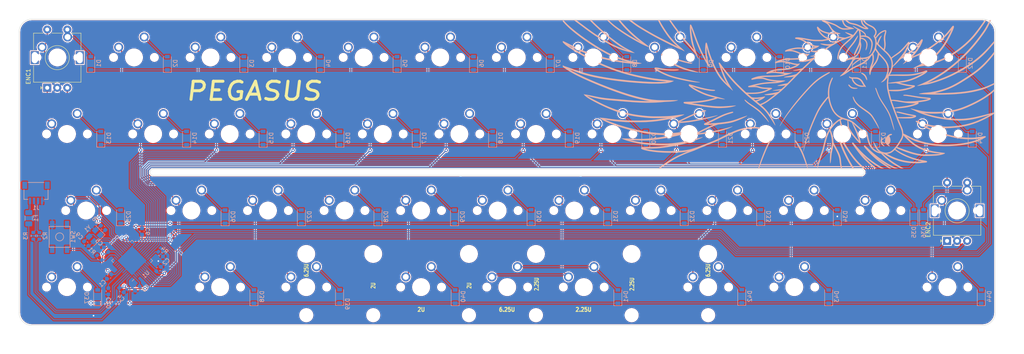
<source format=kicad_pcb>
(kicad_pcb (version 20171130) (host pcbnew 5.1.10-88a1d61d58~90~ubuntu20.04.1)
  (layers (0 F.Cu signal) (31 B.Cu signal) (34 B.Paste user) (35 F.Paste user) (36 B.SilkS user) (37 F.SilkS user) (38 B.Mask user) (39 F.Mask user) (44 Edge.Cuts user))
  (net 0 "")
  (net 1 GND)
  (net 2 +5V)
  (net 3 Enc1_B)
  (net 4 ROW00)
  (net 5 "Net-(D2-Pad2)")
  (net 6 "Net-(D3-Pad2)")
  (net 7 "Net-(D4-Pad2)")
  (net 8 "Net-(D5-Pad2)")
  (net 9 "Net-(D6-Pad2)")
  (net 10 "Net-(D7-Pad2)")
  (net 11 "Net-(D8-Pad2)")
  (net 12 "Net-(D9-Pad2)")
  (net 13 "Net-(D10-Pad2)")
  (net 14 "Net-(D11-Pad2)")
  (net 15 "Net-(D12-Pad2)")
  (net 16 "Net-(D13-Pad2)")
  (net 17 ROW01)
  (net 18 "Net-(D14-Pad2)")
  (net 19 "Net-(D15-Pad2)")
  (net 20 "Net-(D16-Pad2)")
  (net 21 "Net-(D17-Pad2)")
  (net 22 "Net-(D18-Pad2)")
  (net 23 "Net-(D19-Pad2)")
  (net 24 "Net-(D20-Pad2)")
  (net 25 "Net-(D21-Pad2)")
  (net 26 "Net-(D22-Pad2)")
  (net 27 "Net-(D23-Pad2)")
  (net 28 "Net-(D24-Pad2)")
  (net 29 "Net-(D25-Pad2)")
  (net 30 ROW02)
  (net 31 "Net-(D26-Pad2)")
  (net 32 "Net-(D27-Pad2)")
  (net 33 "Net-(D28-Pad2)")
  (net 34 "Net-(D29-Pad2)")
  (net 35 "Net-(D30-Pad2)")
  (net 36 "Net-(D31-Pad2)")
  (net 37 "Net-(D32-Pad2)")
  (net 38 "Net-(D33-Pad2)")
  (net 39 "Net-(D34-Pad2)")
  (net 40 "Net-(D35-Pad2)")
  (net 41 Enc2_B)
  (net 42 "Net-(D37-Pad2)")
  (net 43 ROW03)
  (net 44 "Net-(D40-Pad2)")
  (net 45 "Net-(D41-Pad2)")
  (net 46 "Net-(D44-Pad2)")
  (net 47 VCC)
  (net 48 D-)
  (net 49 D+)
  (net 50 COL00)
  (net 51 COL01)
  (net 52 COL02)
  (net 53 COL03)
  (net 54 COL04)
  (net 55 Enc1_A)
  (net 56 Enc2_A)
  (net 57 "Net-(D38-Pad2)")
  (net 58 "Net-(D43-Pad2)")
  (net 59 EncS1)
  (net 60 EncS3)
  (net 61 COL11)
  (net 62 COL10)
  (net 63 COL09)
  (net 64 COL08)
  (net 65 COL07)
  (net 66 COL06)
  (net 67 COL05)
  (net 68 "Net-(C8-Pad1)")
  (net 69 "Net-(C9-Pad1)")
  (net 70 "Net-(C10-Pad1)")
  (net 71 "Net-(R1-Pad2)")
  (net 72 "Net-(R1-Pad1)")
  (net 73 "Net-(R2-Pad1)")
  (net 74 "Net-(R3-Pad1)")
  (net 75 "Net-(U1-Pad12)")
  (net 76 "Net-(U1-Pad11)")
  (net 77 "Net-(U1-Pad10)")
  (net 78 "Net-(U1-Pad9)")
  (net 79 "Net-(U1-Pad8)")
  (net 80 "Net-(U1-Pad42)")
  (net 81 "Net-(D39-Pad2)")
  (net 82 "Net-(D42-Pad2)")
  (net 83 "Net-(R4-Pad2)")
  (module MX_Only:MXOnly-1.75U-NoLED (layer F.Cu) (at 33.3375 61.087)
    (fp_text reference MX25)
    (fp_text value MX_Only)
    (pad 2 thru_hole circle (at 2.54 -5.08) (size 2.25 2.25) (drill 1.47) (layers *.Cu B.Mask) (net 29 "Net-(D25-Pad2)"))
    (pad "" np_thru_hole circle (at 0 0) (size 3.9878 3.9878) (drill 3.9878) (layers *.Cu *.Mask))
    (pad 1 thru_hole circle (at -3.81 -2.54) (size 2.25 2.25) (drill 1.47) (layers *.Cu B.Mask) (net 50 COL00))
    (pad "" np_thru_hole circle (at -5.08 0 48.0996) (size 1.75 1.75) (drill 1.75) (layers *.Cu *.Mask))
    (pad "" np_thru_hole circle (at 5.08 0 48.0996) (size 1.75 1.75) (drill 1.75) (layers *.Cu *.Mask))
  )
  (module MX_Only:MXOnly-1.25U-NoLED (layer F.Cu) (at 28.575 80.137)
    (fp_text reference MX37)
    (fp_text value MX_Only)
    (pad 2 thru_hole circle (at 2.54 -5.08) (size 2.25 2.25) (drill 1.47) (layers *.Cu B.Mask) (net 42 "Net-(D37-Pad2)"))
    (pad "" np_thru_hole circle (at 0 0) (size 3.9878 3.9878) (drill 3.9878) (layers *.Cu *.Mask))
    (pad 1 thru_hole circle (at -3.81 -2.54) (size 2.25 2.25) (drill 1.47) (layers *.Cu B.Mask) (net 50 COL00))
    (pad "" np_thru_hole circle (at -5.08 0 48.0996) (size 1.75 1.75) (drill 1.75) (layers *.Cu *.Mask))
    (pad "" np_thru_hole circle (at 5.08 0 48.0996) (size 1.75 1.75) (drill 1.75) (layers *.Cu *.Mask))
  )
  (module Package_DFN_QFN:QFN-44-1EP_7x7mm_P0.5mm_EP5.2x5.2mm (layer B.Cu) (at 44.770522 73.563239 45)
    (fp_text reference U1 (at 0 4.82 45) (layer B.SilkS) (effects (justify mirror)))
    (fp_text value ATmega32U4-MU)
    (pad 45 smd rect (at 0 0 45) (size 5.2 5.2) (layers B.Cu B.Mask) (net 1 GND))
    (pad 44 smd roundrect (at -2.5 3.3375 45) (size 0.25 1.075) (layers B.Cu B.Paste B.Mask) (net 2 +5V))
    (pad 43 smd roundrect (at -2 3.3375 45) (size 0.25 1.075) (layers B.Cu B.Paste B.Mask) (net 1 GND))
    (pad 42 smd roundrect (at -1.5 3.3375 45) (size 0.25 1.075) (layers B.Cu B.Paste B.Mask) (net 80 "Net-(U1-Pad42)"))
    (pad 41 smd roundrect (at -1 3.3375 45) (size 0.25 1.075) (layers B.Cu B.Paste B.Mask) (net 4 ROW00))
    (pad 40 smd roundrect (at -0.5 3.3375 45) (size 0.25 1.075) (layers B.Cu B.Paste B.Mask) (net 17 ROW01))
    (pad 39 smd roundrect (at 0 3.3375 45) (size 0.25 1.075) (layers B.Cu B.Paste B.Mask) (net 30 ROW02))
    (pad 38 smd roundrect (at 0.5 3.3375 45) (size 0.25 1.075) (layers B.Cu B.Paste B.Mask) (net 61 COL11))
    (pad 37 smd roundrect (at 1 3.3375 45) (size 0.25 1.075) (layers B.Cu B.Paste B.Mask) (net 62 COL10))
    (pad 36 smd roundrect (at 1.5 3.3375 45) (size 0.25 1.075) (layers B.Cu B.Paste B.Mask) (net 63 COL09))
    (pad 35 smd roundrect (at 2 3.3375 45) (size 0.25 1.075) (layers B.Cu B.Paste B.Mask) (net 1 GND))
    (pad 34 smd roundrect (at 2.5 3.3375 45) (size 0.25 1.075) (layers B.Cu B.Paste B.Mask) (net 2 +5V))
    (pad 33 smd roundrect (at 3.3375 2.5 45) (size 1.075 0.25) (layers B.Cu B.Paste B.Mask) (net 83 "Net-(R4-Pad2)"))
    (pad 32 smd roundrect (at 3.3375 2 45) (size 1.075 0.25) (layers B.Cu B.Paste B.Mask) (net 64 COL08))
    (pad 31 smd roundrect (at 3.3375 1.5 45) (size 1.075 0.25) (layers B.Cu B.Paste B.Mask) (net 65 COL07))
    (pad 30 smd roundrect (at 3.3375 1 45) (size 1.075 0.25) (layers B.Cu B.Paste B.Mask) (net 66 COL06))
    (pad 29 smd roundrect (at 3.3375 0.5 45) (size 1.075 0.25) (layers B.Cu B.Paste B.Mask) (net 67 COL05))
    (pad 28 smd roundrect (at 3.3375 0 45) (size 1.075 0.25) (layers B.Cu B.Paste B.Mask) (net 54 COL04))
    (pad 27 smd roundrect (at 3.3375 -0.5 45) (size 1.075 0.25) (layers B.Cu B.Paste B.Mask) (net 53 COL03))
    (pad 26 smd roundrect (at 3.3375 -1 45) (size 1.075 0.25) (layers B.Cu B.Paste B.Mask) (net 52 COL02))
    (pad 25 smd roundrect (at 3.3375 -1.5 45) (size 1.075 0.25) (layers B.Cu B.Paste B.Mask) (net 51 COL01))
    (pad 24 smd roundrect (at 3.3375 -2 45) (size 1.075 0.25) (layers B.Cu B.Paste B.Mask) (net 2 +5V))
    (pad 23 smd roundrect (at 3.3375 -2.5 45) (size 1.075 0.25) (layers B.Cu B.Paste B.Mask) (net 1 GND))
    (pad 22 smd roundrect (at 2.5 -3.3375 45) (size 0.25 1.075) (layers B.Cu B.Paste B.Mask) (net 56 Enc2_A))
    (pad 21 smd roundrect (at 2 -3.3375 45) (size 0.25 1.075) (layers B.Cu B.Paste B.Mask) (net 41 Enc2_B))
    (pad 20 smd roundrect (at 1.5 -3.3375 45) (size 0.25 1.075) (layers B.Cu B.Paste B.Mask) (net 50 COL00))
    (pad 19 smd roundrect (at 1 -3.3375 45) (size 0.25 1.075) (layers B.Cu B.Paste B.Mask) (net 3 Enc1_B))
    (pad 18 smd roundrect (at 0.5 -3.3375 45) (size 0.25 1.075) (layers B.Cu B.Paste B.Mask) (net 55 Enc1_A))
    (pad 17 smd roundrect (at 0 -3.3375 45) (size 0.25 1.075) (layers B.Cu B.Paste B.Mask) (net 68 "Net-(C8-Pad1)"))
    (pad 16 smd roundrect (at -0.5 -3.3375 45) (size 0.25 1.075) (layers B.Cu B.Paste B.Mask) (net 69 "Net-(C9-Pad1)"))
    (pad 15 smd roundrect (at -1 -3.3375 45) (size 0.25 1.075) (layers B.Cu B.Paste B.Mask) (net 1 GND))
    (pad 14 smd roundrect (at -1.5 -3.3375 45) (size 0.25 1.075) (layers B.Cu B.Paste B.Mask) (net 2 +5V))
    (pad 13 smd roundrect (at -2 -3.3375 45) (size 0.25 1.075) (layers B.Cu B.Paste B.Mask) (net 71 "Net-(R1-Pad2)"))
    (pad 12 smd roundrect (at -2.5 -3.3375 45) (size 0.25 1.075) (layers B.Cu B.Paste B.Mask) (net 75 "Net-(U1-Pad12)"))
    (pad 11 smd roundrect (at -3.3375 -2.5 45) (size 1.075 0.25) (layers B.Cu B.Paste B.Mask) (net 76 "Net-(U1-Pad11)"))
    (pad 10 smd roundrect (at -3.3375 -2 45) (size 1.075 0.25) (layers B.Cu B.Paste B.Mask) (net 77 "Net-(U1-Pad10)"))
    (pad 9 smd roundrect (at -3.3375 -1.5 45) (size 1.075 0.25) (layers B.Cu B.Paste B.Mask) (net 78 "Net-(U1-Pad9)"))
    (pad 8 smd roundrect (at -3.3375 -1 45) (size 1.075 0.25) (layers B.Cu B.Paste B.Mask) (net 79 "Net-(U1-Pad8)"))
    (pad 7 smd roundrect (at -3.3375 -0.5 45) (size 1.075 0.25) (layers B.Cu B.Paste B.Mask) (net 2 +5V))
    (pad 6 smd roundrect (at -3.3375 0 45) (size 1.075 0.25) (layers B.Cu B.Paste B.Mask) (net 70 "Net-(C10-Pad1)"))
    (pad 5 smd roundrect (at -3.3375 0.5 45) (size 1.075 0.25) (layers B.Cu B.Paste B.Mask) (net 1 GND))
    (pad 4 smd roundrect (at -3.3375 1 45) (size 1.075 0.25) (layers B.Cu B.Paste B.Mask) (net 73 "Net-(R2-Pad1)"))
    (pad 3 smd roundrect (at -3.3375 1.5 45) (size 1.075 0.25) (layers B.Cu B.Paste B.Mask) (net 74 "Net-(R3-Pad1)"))
    (pad 2 smd roundrect (at -3.3375 2 45) (size 1.075 0.25) (layers B.Cu B.Paste B.Mask) (net 2 +5V))
    (pad 1 smd roundrect (at -3.3375 2.5 45) (size 1.075 0.25) (layers B.Cu B.Paste B.Mask) (net 43 ROW03))
  )
  (module Resistor_SMD:R_0603_1608Metric (layer B.Cu) (at 51.867637 71.933637 135)
    (fp_text reference R4 (at 0 1.43 135) (layer B.SilkS) (effects (justify mirror)))
    (fp_text value 10k)
    (pad 2 smd roundrect (at 0.825 0 135) (size 0.8 0.95) (layers B.Cu B.Paste B.Mask) (net 83 "Net-(R4-Pad2)"))
    (pad 1 smd roundrect (at -0.825 0 135) (size 0.8 0.95) (layers B.Cu B.Paste B.Mask) (net 1 GND))
  )
  (module graphics:pegasus_graphic_850 (layer F.Cu) (at 205.613 32.131)
    (fp_text reference G*** hide)
    (fp_text value LOGO hide)
  )
  (module MX_Only:MXOnly-1.25U-NoLED (layer F.Cu) (at 66.675 80.137)
    (fp_text reference MX38)
    (fp_text value MX_Only)
    (pad 2 thru_hole circle (at 2.54 -5.08) (size 2.25 2.25) (drill 1.47) (layers *.Cu B.Mask) (net 57 "Net-(D38-Pad2)"))
    (pad "" np_thru_hole circle (at 0 0) (size 3.9878 3.9878) (drill 3.9878) (layers *.Cu *.Mask))
    (pad 1 thru_hole circle (at -3.81 -2.54) (size 2.25 2.25) (drill 1.47) (layers *.Cu B.Mask) (net 51 COL01))
    (pad "" np_thru_hole circle (at -5.08 0 48.0996) (size 1.75 1.75) (drill 1.75) (layers *.Cu *.Mask))
    (pad "" np_thru_hole circle (at 5.08 0 48.0996) (size 1.75 1.75) (drill 1.75) (layers *.Cu *.Mask))
  )
  (module silk:turtle_pan_cu_small (layer F.Cu) (at 230.378 77.851)
    (fp_text reference G*** hide)
    (fp_text value LOGO hide)
  )
  (module Diode_SMD:D_SOD-123 (layer B.Cu) (at 196.469 82.422 90)
    (fp_text reference D42 (at -0.001 2 90) (layer B.SilkS) (effects (justify mirror)))
    (fp_text value 1N4148)
    (pad 2 smd rect (at 1.65 0 90) (size 0.9 1.2) (layers B.Cu B.Paste B.Mask) (net 82 "Net-(D42-Pad2)"))
    (pad 1 smd rect (at -1.65 0 90) (size 0.9 1.2) (layers B.Cu B.Paste B.Mask) (net 43 ROW03))
  )
  (module MX_Only:MXOnly-1U-NoLED (layer F.Cu) (at 59.53125 61.087)
    (fp_text reference MX26)
    (fp_text value MX_Only)
    (pad 2 thru_hole circle (at 2.54 -5.08) (size 2.25 2.25) (drill 1.47) (layers *.Cu B.Mask) (net 31 "Net-(D26-Pad2)"))
    (pad "" np_thru_hole circle (at 0 0) (size 3.9878 3.9878) (drill 3.9878) (layers *.Cu *.Mask))
    (pad 1 thru_hole circle (at -3.81 -2.54) (size 2.25 2.25) (drill 1.47) (layers *.Cu B.Mask) (net 51 COL01))
    (pad "" np_thru_hole circle (at -5.08 0 48.0996) (size 1.75 1.75) (drill 1.75) (layers *.Cu *.Mask))
    (pad "" np_thru_hole circle (at 5.08 0 48.0996) (size 1.75 1.75) (drill 1.75) (layers *.Cu *.Mask))
  )
  (module Capacitor_SMD:C_0603_1608Metric (layer B.Cu) (at 38.862 81.166 270)
    (fp_text reference C10 (at 2.906905 -0.089802 90) (layer B.SilkS) (effects (justify mirror)))
    (fp_text value 1uF)
    (pad 2 smd roundrect (at 0.775 0 270) (size 0.9 0.95) (layers B.Cu B.Paste B.Mask) (net 1 GND))
    (pad 1 smd roundrect (at -0.775 0 270) (size 0.9 0.95) (layers B.Cu B.Paste B.Mask) (net 70 "Net-(C10-Pad1)"))
  )
  (module Capacitor_SMD:C_0603_1608Metric (layer B.Cu) (at 47.244 66.281 90)
    (fp_text reference C6 (at 0 1.43 90) (layer B.SilkS) (effects (justify mirror)))
    (fp_text value 0.1uF)
    (pad 2 smd roundrect (at 0.775 0 90) (size 0.9 0.95) (layers B.Cu B.Paste B.Mask) (net 1 GND))
    (pad 1 smd roundrect (at -0.775 0 90) (size 0.9 0.95) (layers B.Cu B.Paste B.Mask) (net 2 +5V))
  )
  (module Capacitor_SMD:C_0603_1608Metric (layer B.Cu) (at 38.313992 70.825992 135)
    (fp_text reference C5 (at 2.547694 0.089803 135) (layer B.SilkS) (effects (justify mirror)))
    (fp_text value 0.1uF)
    (pad 2 smd roundrect (at 0.775 0 135) (size 0.9 0.95) (layers B.Cu B.Paste B.Mask) (net 1 GND))
    (pad 1 smd roundrect (at -0.775 0 135) (size 0.9 0.95) (layers B.Cu B.Paste B.Mask) (net 2 +5V))
  )
  (module Capacitor_SMD:C_0603_1608Metric (layer B.Cu) (at 42.123992 80.858992 315)
    (fp_text reference C4 (at 1.290459 1.526644 135) (layer B.SilkS) (effects (justify mirror)))
    (fp_text value 10nF)
    (pad 2 smd roundrect (at 0.775 0 315) (size 0.9 0.95) (layers B.Cu B.Paste B.Mask) (net 1 GND))
    (pad 1 smd roundrect (at -0.775 0 315) (size 0.9 0.95) (layers B.Cu B.Paste B.Mask) (net 2 +5V))
  )
  (module Capacitor_SMD:C_0603_1608Metric (layer B.Cu) (at 46.060992 80.431008 225)
    (fp_text reference C3 (at -1.493421 -1.436841 45) (layer B.SilkS) (effects (justify mirror)))
    (fp_text value 0.1uF)
    (pad 2 smd roundrect (at 0.775 0 225) (size 0.9 0.95) (layers B.Cu B.Paste B.Mask) (net 1 GND))
    (pad 1 smd roundrect (at -0.775 0 225) (size 0.9 0.95) (layers B.Cu B.Paste B.Mask) (net 2 +5V))
  )
  (module Capacitor_SMD:C_0603_1608Metric (layer B.Cu) (at 51.348008 75.651992 45)
    (fp_text reference C2 (at 2.660854 0.089803 45) (layer B.SilkS) (effects (justify mirror)))
    (fp_text value 0.1uF)
    (pad 2 smd roundrect (at 0.775 0 45) (size 0.9 0.95) (layers B.Cu B.Paste B.Mask) (net 1 GND))
    (pad 1 smd roundrect (at -0.775 0 45) (size 0.9 0.95) (layers B.Cu B.Paste B.Mask) (net 2 +5V))
  )
  (module Capacitor_SMD:C_0603_1608Metric (layer B.Cu) (at 39.075992 77.510008 225)
    (fp_text reference C1 (at 2.391446 0 45) (layer B.SilkS) (effects (justify mirror)))
    (fp_text value 0.1uF)
    (pad 2 smd roundrect (at 0.775 0 225) (size 0.9 0.95) (layers B.Cu B.Paste B.Mask) (net 1 GND))
    (pad 1 smd roundrect (at -0.775 0 225) (size 0.9 0.95) (layers B.Cu B.Paste B.Mask) (net 2 +5V))
  )
  (module Crystal:Crystal_SMD_3225-4Pin_3.2x2.5mm (layer B.Cu) (at 35.451142 67.359777 225)
    (fp_text reference Y1 (at 0 2.45 45) (layer B.SilkS) (effects (justify mirror)))
    (fp_text value 16mHz)
    (pad 4 smd rect (at -1.1 0.85 225) (size 1.4 1.2) (layers B.Cu B.Paste B.Mask) (net 1 GND))
    (pad 3 smd rect (at 1.1 0.85 225) (size 1.4 1.2) (layers B.Cu B.Paste B.Mask) (net 69 "Net-(C9-Pad1)"))
    (pad 2 smd rect (at 1.1 -0.85 225) (size 1.4 1.2) (layers B.Cu B.Paste B.Mask) (net 1 GND))
    (pad 1 smd rect (at -1.1 -0.85 225) (size 1.4 1.2) (layers B.Cu B.Paste B.Mask) (net 68 "Net-(C8-Pad1)"))
  )
  (module random-keyboard-parts:SKQG-1155865 (layer B.Cu) (at 26.742001 67.639 90)
    (fp_text reference SW1 (at 0 3.356999 90) (layer B.SilkS) (effects (justify mirror)))
    (fp_text value SW_Push)
    (pad 4 smd rect (at -3.1 -1.85 90) (size 1.8 1.1) (layers B.Cu B.Paste B.Mask))
    (pad 3 smd rect (at 3.1 1.85 90) (size 1.8 1.1) (layers B.Cu B.Paste B.Mask))
    (pad 2 smd rect (at -3.1 1.85 90) (size 1.8 1.1) (layers B.Cu B.Paste B.Mask) (net 71 "Net-(R1-Pad2)"))
    (pad 1 smd rect (at 3.1 -1.85 90) (size 1.8 1.1) (layers B.Cu B.Paste B.Mask) (net 1 GND))
  )
  (module Resistor_SMD:R_0603_1608Metric (layer B.Cu) (at 20.193 67.373 90)
    (fp_text reference R3 (at 0 -1.905 90) (layer B.SilkS) (effects (justify mirror)))
    (fp_text value 22)
    (pad 2 smd roundrect (at 0.825 0 90) (size 0.8 0.95) (layers B.Cu B.Paste B.Mask) (net 48 D-))
    (pad 1 smd roundrect (at -0.825 0 90) (size 0.8 0.95) (layers B.Cu B.Paste B.Mask) (net 74 "Net-(R3-Pad1)"))
  )
  (module Resistor_SMD:R_0603_1608Metric (layer B.Cu) (at 21.717 67.373 90)
    (fp_text reference R2 (at 0 1.43 90) (layer B.SilkS) (effects (justify mirror)))
    (fp_text value 22)
    (pad 2 smd roundrect (at 0.825 0 90) (size 0.8 0.95) (layers B.Cu B.Paste B.Mask) (net 49 D+))
    (pad 1 smd roundrect (at -0.825 0 90) (size 0.8 0.95) (layers B.Cu B.Paste B.Mask) (net 73 "Net-(R2-Pad1)"))
  )
  (module Resistor_SMD:R_0603_1608Metric (layer B.Cu) (at 36.627637 72.822637 315)
    (fp_text reference R1 (at -2.531249 0.089803 135) (layer B.SilkS) (effects (justify mirror)))
    (fp_text value 10k)
    (pad 2 smd roundrect (at 0.825 0 315) (size 0.8 0.95) (layers B.Cu B.Paste B.Mask) (net 71 "Net-(R1-Pad2)"))
    (pad 1 smd roundrect (at -0.825 0 315) (size 0.8 0.95) (layers B.Cu B.Paste B.Mask) (net 72 "Net-(R1-Pad1)"))
  )
  (module Fuse:Fuse_1206_3216Metric (layer B.Cu) (at 19.05 62.989 90)
    (fp_text reference F1 (at 0 1.82 90) (layer B.SilkS) (effects (justify mirror)))
    (fp_text value 500mA)
    (pad 2 smd roundrect (at 1.4 0 90) (size 1.25 1.75) (layers B.Cu B.Paste B.Mask) (roundrect_rratio 0.2) (net 47 VCC))
    (pad 1 smd roundrect (at -1.4 0 90) (size 1.25 1.75) (layers B.Cu B.Paste B.Mask) (roundrect_rratio 0.2) (net 2 +5V))
  )
  (module Diode_SMD:D_SOD-123 (layer B.Cu) (at 41.91 62.611 90)
    (fp_text reference D25 (at 0 2 90) (layer B.SilkS) (effects (justify mirror)))
    (fp_text value 1N4148)
    (pad 2 smd rect (at 1.65 0 90) (size 0.9 1.2) (layers B.Cu B.Paste B.Mask) (net 29 "Net-(D25-Pad2)"))
    (pad 1 smd rect (at -1.65 0 90) (size 0.9 1.2) (layers B.Cu B.Paste B.Mask) (net 30 ROW02))
  )
  (module Capacitor_SMD:C_0603_1608Metric (layer B.Cu) (at 33.360992 69.301992 315)
    (fp_text reference C9 (at -2.547694 -0.089803 135) (layer B.SilkS) (effects (justify mirror)))
    (fp_text value 22pF)
    (pad 2 smd roundrect (at 0.775 0 315) (size 0.9 0.95) (layers B.Cu B.Paste B.Mask) (net 1 GND))
    (pad 1 smd roundrect (at -0.775 0 315) (size 0.9 0.95) (layers B.Cu B.Paste B.Mask) (net 69 "Net-(C9-Pad1)"))
  )
  (module Capacitor_SMD:C_0603_1608Metric (layer B.Cu) (at 37.551992 65.364992 135)
    (fp_text reference C8 (at 2.571052 0 135) (layer B.SilkS) (effects (justify mirror)))
    (fp_text value 22pF)
    (pad 2 smd roundrect (at 0.775 0 135) (size 0.9 0.95) (layers B.Cu B.Paste B.Mask) (net 1 GND))
    (pad 1 smd roundrect (at -0.775 0 135) (size 0.9 0.95) (layers B.Cu B.Paste B.Mask) (net 68 "Net-(C8-Pad1)"))
  )
  (module MX_Only:MXOnly-1.25U-NoLED (layer F.Cu) (at 28.575 42.037)
    (fp_text reference MX13)
    (fp_text value MX_Only)
    (pad 2 thru_hole circle (at 2.54 -5.08) (size 2.25 2.25) (drill 1.47) (layers *.Cu B.Mask) (net 16 "Net-(D13-Pad2)"))
    (pad "" np_thru_hole circle (at 0 0) (size 3.9878 3.9878) (drill 3.9878) (layers *.Cu *.Mask))
    (pad 1 thru_hole circle (at -3.81 -2.54) (size 2.25 2.25) (drill 1.47) (layers *.Cu B.Mask) (net 50 COL00))
    (pad "" np_thru_hole circle (at -5.08 0 48.0996) (size 1.75 1.75) (drill 1.75) (layers *.Cu *.Mask))
    (pad "" np_thru_hole circle (at 5.08 0 48.0996) (size 1.75 1.75) (drill 1.75) (layers *.Cu *.Mask))
  )
  (module MX_Only:MXOnly-1U-NoLED (layer F.Cu) (at 97.63125 61.087)
    (fp_text reference MX28)
    (fp_text value MX_Only)
    (pad 2 thru_hole circle (at 2.54 -5.08) (size 2.25 2.25) (drill 1.47) (layers *.Cu B.Mask) (net 33 "Net-(D28-Pad2)"))
    (pad "" np_thru_hole circle (at 0 0) (size 3.9878 3.9878) (drill 3.9878) (layers *.Cu *.Mask))
    (pad 1 thru_hole circle (at -3.81 -2.54) (size 2.25 2.25) (drill 1.47) (layers *.Cu B.Mask) (net 53 COL03))
    (pad "" np_thru_hole circle (at -5.08 0 48.0996) (size 1.75 1.75) (drill 1.75) (layers *.Cu *.Mask))
    (pad "" np_thru_hole circle (at 5.08 0 48.0996) (size 1.75 1.75) (drill 1.75) (layers *.Cu *.Mask))
  )
  (module Rotary_Encoder:RotaryEncoder_Alps_EC11E-Switch_Vertical_H20mm (layer F.Cu) (at 23.65375 30.5435 90)
    (fp_text reference ENC1 (at 2.8 -4.7 90) (layer F.SilkS))
    (fp_text value Rotary_Encoder_Switch)
    (pad A thru_hole rect (at 0 0 90) (size 2 2) (drill 1) (layers *.Cu *.Mask) (net 55 Enc1_A))
    (pad C thru_hole circle (at 0 2.5 90) (size 2 2) (drill 1) (layers *.Cu *.Mask) (net 1 GND))
    (pad B thru_hole circle (at 0 5 90) (size 2 2) (drill 1) (layers *.Cu *.Mask) (net 3 Enc1_B))
    (pad MP thru_hole rect (at 7.5 -3.1 90) (size 3.2 2) (drill oval 2.8 1.5) (layers *.Cu *.Mask))
    (pad MP thru_hole rect (at 7.5 8.1 90) (size 3.2 2) (drill oval 2.8 1.5) (layers *.Cu *.Mask))
    (pad S2 thru_hole circle (at 14.5 0 90) (size 2 2) (drill 1) (layers *.Cu *.Mask) (net 50 COL00))
    (pad S1 thru_hole circle (at 14.5 5 90) (size 2 2) (drill 1) (layers *.Cu *.Mask) (net 59 EncS1))
  )
  (module Rotary_Encoder:RotaryEncoder_Alps_EC11E-Switch_Vertical_H20mm (layer F.Cu) (at 247.55475 68.6435 90)
    (fp_text reference ENC2 (at 2.8 -4.7 90) (layer F.SilkS))
    (fp_text value Rotary_Encoder_Switch)
    (pad A thru_hole rect (at 0 0 90) (size 2 2) (drill 1) (layers *.Cu *.Mask) (net 56 Enc2_A))
    (pad C thru_hole circle (at 0 2.5 90) (size 2 2) (drill 1) (layers *.Cu *.Mask) (net 1 GND))
    (pad B thru_hole circle (at 0 5 90) (size 2 2) (drill 1) (layers *.Cu *.Mask) (net 41 Enc2_B))
    (pad MP thru_hole rect (at 7.5 -3.1 90) (size 3.2 2) (drill oval 2.8 1.5) (layers *.Cu *.Mask))
    (pad MP thru_hole rect (at 7.5 8.1 90) (size 3.2 2) (drill oval 2.8 1.5) (layers *.Cu *.Mask))
    (pad S2 thru_hole circle (at 14.5 0 90) (size 2 2) (drill 1) (layers *.Cu *.Mask) (net 61 COL11))
    (pad S1 thru_hole circle (at 14.5 5 90) (size 2 2) (drill 1) (layers *.Cu *.Mask) (net 60 EncS3))
  )
  (module MX_Only:MXOnly-6.25U-ReversedStabilizers-NoLED (layer F.Cu) (at 138.1125 80.137)
    (fp_text reference MX45)
    (fp_text value MX_Only)
    (pad 2 thru_hole circle (at 2.54 -5.08) (size 2.25 2.25) (drill 1.47) (layers *.Cu B.Mask) (net 45 "Net-(D41-Pad2)"))
    (pad "" np_thru_hole circle (at 0 0) (size 3.9878 3.9878) (drill 3.9878) (layers *.Cu *.Mask))
    (pad 1 thru_hole circle (at -3.81 -2.54) (size 2.25 2.25) (drill 1.47) (layers *.Cu B.Mask) (net 66 COL06))
    (pad "" np_thru_hole circle (at -5.08 0 48.0996) (size 1.75 1.75) (drill 1.75) (layers *.Cu *.Mask))
    (pad "" np_thru_hole circle (at 5.08 0 48.0996) (size 1.75 1.75) (drill 1.75) (layers *.Cu *.Mask))
    (pad "" np_thru_hole circle (at -49.9999 6.985) (size 3.048 3.048) (drill 3.048) (layers *.Cu *.Mask))
    (pad "" np_thru_hole circle (at 49.9999 6.985) (size 3.048 3.048) (drill 3.048) (layers *.Cu *.Mask))
    (pad "" np_thru_hole circle (at -49.9999 -8.255) (size 3.9878 3.9878) (drill 3.9878) (layers *.Cu *.Mask))
    (pad "" np_thru_hole circle (at 49.9999 -8.255) (size 3.9878 3.9878) (drill 3.9878) (layers *.Cu *.Mask))
  )
  (module MX_Only:MXOnly-1.25U-NoLED (layer F.Cu) (at 247.65 80.137)
    (fp_text reference MX44)
    (fp_text value MX_Only)
    (pad 2 thru_hole circle (at 2.54 -5.08) (size 2.25 2.25) (drill 1.47) (layers *.Cu B.Mask) (net 46 "Net-(D44-Pad2)"))
    (pad "" np_thru_hole circle (at 0 0) (size 3.9878 3.9878) (drill 3.9878) (layers *.Cu *.Mask))
    (pad 1 thru_hole circle (at -3.81 -2.54) (size 2.25 2.25) (drill 1.47) (layers *.Cu B.Mask) (net 61 COL11))
    (pad "" np_thru_hole circle (at -5.08 0 48.0996) (size 1.75 1.75) (drill 1.75) (layers *.Cu *.Mask))
    (pad "" np_thru_hole circle (at 5.08 0 48.0996) (size 1.75 1.75) (drill 1.75) (layers *.Cu *.Mask))
  )
  (module MX_Only:MXOnly-1.25U-NoLED (layer F.Cu) (at 209.55 80.137)
    (fp_text reference MX43)
    (fp_text value MX_Only)
    (pad 2 thru_hole circle (at 2.54 -5.08) (size 2.25 2.25) (drill 1.47) (layers *.Cu B.Mask) (net 58 "Net-(D43-Pad2)"))
    (pad "" np_thru_hole circle (at 0 0) (size 3.9878 3.9878) (drill 3.9878) (layers *.Cu *.Mask))
    (pad 1 thru_hole circle (at -3.81 -2.54) (size 2.25 2.25) (drill 1.47) (layers *.Cu B.Mask) (net 63 COL09))
    (pad "" np_thru_hole circle (at -5.08 0 48.0996) (size 1.75 1.75) (drill 1.75) (layers *.Cu *.Mask))
    (pad "" np_thru_hole circle (at 5.08 0 48.0996) (size 1.75 1.75) (drill 1.75) (layers *.Cu *.Mask))
  )
  (module MX_Only:MXOnly-1U-NoLED (layer F.Cu) (at 188.11875 80.137)
    (fp_text reference MX42)
    (fp_text value MX_Only)
    (pad 2 thru_hole circle (at 2.54 -5.08) (size 2.25 2.25) (drill 1.47) (layers *.Cu B.Mask) (net 82 "Net-(D42-Pad2)"))
    (pad "" np_thru_hole circle (at 0 0) (size 3.9878 3.9878) (drill 3.9878) (layers *.Cu *.Mask))
    (pad 1 thru_hole circle (at -3.81 -2.54) (size 2.25 2.25) (drill 1.47) (layers *.Cu B.Mask) (net 64 COL08))
    (pad "" np_thru_hole circle (at -5.08 0 48.0996) (size 1.75 1.75) (drill 1.75) (layers *.Cu *.Mask))
    (pad "" np_thru_hole circle (at 5.08 0 48.0996) (size 1.75 1.75) (drill 1.75) (layers *.Cu *.Mask))
  )
  (module MX_Only:MXOnly-2.25U-ReversedStabilizers-NoLED (layer F.Cu) (at 157.1625 80.137)
    (fp_text reference MX41)
    (fp_text value MX_Only)
    (pad 2 thru_hole circle (at 2.54 -5.08) (size 2.25 2.25) (drill 1.47) (layers *.Cu B.Mask) (net 45 "Net-(D41-Pad2)"))
    (pad "" np_thru_hole circle (at 0 0) (size 3.9878 3.9878) (drill 3.9878) (layers *.Cu *.Mask))
    (pad 1 thru_hole circle (at -3.81 -2.54) (size 2.25 2.25) (drill 1.47) (layers *.Cu B.Mask) (net 66 COL06))
    (pad "" np_thru_hole circle (at -5.08 0 48.0996) (size 1.75 1.75) (drill 1.75) (layers *.Cu *.Mask))
    (pad "" np_thru_hole circle (at 5.08 0 48.0996) (size 1.75 1.75) (drill 1.75) (layers *.Cu *.Mask))
    (pad "" np_thru_hole circle (at -11.90625 6.985) (size 3.048 3.048) (drill 3.048) (layers *.Cu *.Mask))
    (pad "" np_thru_hole circle (at 11.90625 6.985) (size 3.048 3.048) (drill 3.048) (layers *.Cu *.Mask))
    (pad "" np_thru_hole circle (at -11.90625 -8.255) (size 3.9878 3.9878) (drill 3.9878) (layers *.Cu *.Mask))
    (pad "" np_thru_hole circle (at 11.90625 -8.255) (size 3.9878 3.9878) (drill 3.9878) (layers *.Cu *.Mask))
  )
  (module MX_Only:MXOnly-2U-ReversedStabilizers-NoLED (layer F.Cu) (at 116.68125 80.137)
    (fp_text reference MX40)
    (fp_text value MX_Only)
    (pad 2 thru_hole circle (at 2.54 -5.08) (size 2.25 2.25) (drill 1.47) (layers *.Cu B.Mask) (net 44 "Net-(D40-Pad2)"))
    (pad "" np_thru_hole circle (at 0 0) (size 3.9878 3.9878) (drill 3.9878) (layers *.Cu *.Mask))
    (pad 1 thru_hole circle (at -3.81 -2.54) (size 2.25 2.25) (drill 1.47) (layers *.Cu B.Mask) (net 54 COL04))
    (pad "" np_thru_hole circle (at -5.08 0 48.0996) (size 1.75 1.75) (drill 1.75) (layers *.Cu *.Mask))
    (pad "" np_thru_hole circle (at 5.08 0 48.0996) (size 1.75 1.75) (drill 1.75) (layers *.Cu *.Mask))
    (pad "" np_thru_hole circle (at -11.90625 6.985) (size 3.048 3.048) (drill 3.048) (layers *.Cu *.Mask))
    (pad "" np_thru_hole circle (at 11.90625 6.985) (size 3.048 3.048) (drill 3.048) (layers *.Cu *.Mask))
    (pad "" np_thru_hole circle (at -11.90625 -8.255) (size 3.9878 3.9878) (drill 3.9878) (layers *.Cu *.Mask))
    (pad "" np_thru_hole circle (at 11.90625 -8.255) (size 3.9878 3.9878) (drill 3.9878) (layers *.Cu *.Mask))
  )
  (module MX_Only:MXOnly-1U-NoLED (layer F.Cu) (at 88.10625 80.137)
    (fp_text reference MX39)
    (fp_text value MX_Only)
    (pad 2 thru_hole circle (at 2.54 -5.08) (size 2.25 2.25) (drill 1.47) (layers *.Cu B.Mask) (net 81 "Net-(D39-Pad2)"))
    (pad "" np_thru_hole circle (at 0 0) (size 3.9878 3.9878) (drill 3.9878) (layers *.Cu *.Mask))
    (pad 1 thru_hole circle (at -3.81 -2.54) (size 2.25 2.25) (drill 1.47) (layers *.Cu B.Mask) (net 52 COL02))
    (pad "" np_thru_hole circle (at -5.08 0 48.0996) (size 1.75 1.75) (drill 1.75) (layers *.Cu *.Mask))
    (pad "" np_thru_hole circle (at 5.08 0 48.0996) (size 1.75 1.75) (drill 1.75) (layers *.Cu *.Mask))
  )
  (module MX_Only:MXOnly-1U-NoLED (layer F.Cu) (at 250.03125 61.087)
    (fp_text reference MX36)
    (fp_text value MX_Only)
    (pad 2 thru_hole circle (at 2.54 -5.08) (size 2.25 2.25) (drill 1.47) (layers *.Cu B.Mask) (net 60 EncS3))
    (pad "" np_thru_hole circle (at 0 0) (size 3.9878 3.9878) (drill 3.9878) (layers *.Cu *.Mask))
    (pad 1 thru_hole circle (at -3.81 -2.54) (size 2.25 2.25) (drill 1.47) (layers *.Cu B.Mask) (net 61 COL11))
    (pad "" np_thru_hole circle (at -5.08 0 48.0996) (size 1.75 1.75) (drill 1.75) (layers *.Cu *.Mask))
    (pad "" np_thru_hole circle (at 5.08 0 48.0996) (size 1.75 1.75) (drill 1.75) (layers *.Cu *.Mask))
  )
  (module MX_Only:MXOnly-1U-NoLED (layer F.Cu) (at 230.98125 61.087)
    (fp_text reference MX35)
    (fp_text value MX_Only)
    (pad 2 thru_hole circle (at 2.54 -5.08) (size 2.25 2.25) (drill 1.47) (layers *.Cu B.Mask) (net 40 "Net-(D35-Pad2)"))
    (pad "" np_thru_hole circle (at 0 0) (size 3.9878 3.9878) (drill 3.9878) (layers *.Cu *.Mask))
    (pad 1 thru_hole circle (at -3.81 -2.54) (size 2.25 2.25) (drill 1.47) (layers *.Cu B.Mask) (net 62 COL10))
    (pad "" np_thru_hole circle (at -5.08 0 48.0996) (size 1.75 1.75) (drill 1.75) (layers *.Cu *.Mask))
    (pad "" np_thru_hole circle (at 5.08 0 48.0996) (size 1.75 1.75) (drill 1.75) (layers *.Cu *.Mask))
  )
  (module MX_Only:MXOnly-1U-NoLED (layer F.Cu) (at 211.93125 61.087)
    (fp_text reference MX34)
    (fp_text value MX_Only)
    (pad 2 thru_hole circle (at 2.54 -5.08) (size 2.25 2.25) (drill 1.47) (layers *.Cu B.Mask) (net 39 "Net-(D34-Pad2)"))
    (pad "" np_thru_hole circle (at 0 0) (size 3.9878 3.9878) (drill 3.9878) (layers *.Cu *.Mask))
    (pad 1 thru_hole circle (at -3.81 -2.54) (size 2.25 2.25) (drill 1.47) (layers *.Cu B.Mask) (net 63 COL09))
    (pad "" np_thru_hole circle (at -5.08 0 48.0996) (size 1.75 1.75) (drill 1.75) (layers *.Cu *.Mask))
    (pad "" np_thru_hole circle (at 5.08 0 48.0996) (size 1.75 1.75) (drill 1.75) (layers *.Cu *.Mask))
  )
  (module MX_Only:MXOnly-1U-NoLED (layer F.Cu) (at 192.88125 61.087)
    (fp_text reference MX33)
    (fp_text value MX_Only)
    (pad 2 thru_hole circle (at 2.54 -5.08) (size 2.25 2.25) (drill 1.47) (layers *.Cu B.Mask) (net 38 "Net-(D33-Pad2)"))
    (pad "" np_thru_hole circle (at 0 0) (size 3.9878 3.9878) (drill 3.9878) (layers *.Cu *.Mask))
    (pad 1 thru_hole circle (at -3.81 -2.54) (size 2.25 2.25) (drill 1.47) (layers *.Cu B.Mask) (net 64 COL08))
    (pad "" np_thru_hole circle (at -5.08 0 48.0996) (size 1.75 1.75) (drill 1.75) (layers *.Cu *.Mask))
    (pad "" np_thru_hole circle (at 5.08 0 48.0996) (size 1.75 1.75) (drill 1.75) (layers *.Cu *.Mask))
  )
  (module MX_Only:MXOnly-1U-NoLED (layer F.Cu) (at 173.83125 61.087)
    (fp_text reference MX32)
    (fp_text value MX_Only)
    (pad 2 thru_hole circle (at 2.54 -5.08) (size 2.25 2.25) (drill 1.47) (layers *.Cu B.Mask) (net 37 "Net-(D32-Pad2)"))
    (pad "" np_thru_hole circle (at 0 0) (size 3.9878 3.9878) (drill 3.9878) (layers *.Cu *.Mask))
    (pad 1 thru_hole circle (at -3.81 -2.54) (size 2.25 2.25) (drill 1.47) (layers *.Cu B.Mask) (net 65 COL07))
    (pad "" np_thru_hole circle (at -5.08 0 48.0996) (size 1.75 1.75) (drill 1.75) (layers *.Cu *.Mask))
    (pad "" np_thru_hole circle (at 5.08 0 48.0996) (size 1.75 1.75) (drill 1.75) (layers *.Cu *.Mask))
  )
  (module MX_Only:MXOnly-1U-NoLED (layer F.Cu) (at 154.78125 61.087)
    (fp_text reference MX31)
    (fp_text value MX_Only)
    (pad 2 thru_hole circle (at 2.54 -5.08) (size 2.25 2.25) (drill 1.47) (layers *.Cu B.Mask) (net 36 "Net-(D31-Pad2)"))
    (pad "" np_thru_hole circle (at 0 0) (size 3.9878 3.9878) (drill 3.9878) (layers *.Cu *.Mask))
    (pad 1 thru_hole circle (at -3.81 -2.54) (size 2.25 2.25) (drill 1.47) (layers *.Cu B.Mask) (net 66 COL06))
    (pad "" np_thru_hole circle (at -5.08 0 48.0996) (size 1.75 1.75) (drill 1.75) (layers *.Cu *.Mask))
    (pad "" np_thru_hole circle (at 5.08 0 48.0996) (size 1.75 1.75) (drill 1.75) (layers *.Cu *.Mask))
  )
  (module MX_Only:MXOnly-1U-NoLED (layer F.Cu) (at 135.73125 61.087)
    (fp_text reference MX30)
    (fp_text value MX_Only)
    (pad 2 thru_hole circle (at 2.54 -5.08) (size 2.25 2.25) (drill 1.47) (layers *.Cu B.Mask) (net 35 "Net-(D30-Pad2)"))
    (pad "" np_thru_hole circle (at 0 0) (size 3.9878 3.9878) (drill 3.9878) (layers *.Cu *.Mask))
    (pad 1 thru_hole circle (at -3.81 -2.54) (size 2.25 2.25) (drill 1.47) (layers *.Cu B.Mask) (net 67 COL05))
    (pad "" np_thru_hole circle (at -5.08 0 48.0996) (size 1.75 1.75) (drill 1.75) (layers *.Cu *.Mask))
    (pad "" np_thru_hole circle (at 5.08 0 48.0996) (size 1.75 1.75) (drill 1.75) (layers *.Cu *.Mask))
  )
  (module MX_Only:MXOnly-1U-NoLED (layer F.Cu) (at 116.68125 61.087)
    (fp_text reference MX29)
    (fp_text value MX_Only)
    (pad 2 thru_hole circle (at 2.54 -5.08) (size 2.25 2.25) (drill 1.47) (layers *.Cu B.Mask) (net 34 "Net-(D29-Pad2)"))
    (pad "" np_thru_hole circle (at 0 0) (size 3.9878 3.9878) (drill 3.9878) (layers *.Cu *.Mask))
    (pad 1 thru_hole circle (at -3.81 -2.54) (size 2.25 2.25) (drill 1.47) (layers *.Cu B.Mask) (net 54 COL04))
    (pad "" np_thru_hole circle (at -5.08 0 48.0996) (size 1.75 1.75) (drill 1.75) (layers *.Cu *.Mask))
    (pad "" np_thru_hole circle (at 5.08 0 48.0996) (size 1.75 1.75) (drill 1.75) (layers *.Cu *.Mask))
  )
  (module MX_Only:MXOnly-1U-NoLED (layer F.Cu) (at 78.58125 61.087)
    (fp_text reference MX27)
    (fp_text value MX_Only)
    (pad 2 thru_hole circle (at 2.54 -5.08) (size 2.25 2.25) (drill 1.47) (layers *.Cu B.Mask) (net 32 "Net-(D27-Pad2)"))
    (pad "" np_thru_hole circle (at 0 0) (size 3.9878 3.9878) (drill 3.9878) (layers *.Cu *.Mask))
    (pad 1 thru_hole circle (at -3.81 -2.54) (size 2.25 2.25) (drill 1.47) (layers *.Cu B.Mask) (net 52 COL02))
    (pad "" np_thru_hole circle (at -5.08 0 48.0996) (size 1.75 1.75) (drill 1.75) (layers *.Cu *.Mask))
    (pad "" np_thru_hole circle (at 5.08 0 48.0996) (size 1.75 1.75) (drill 1.75) (layers *.Cu *.Mask))
  )
  (module MX_Only:MXOnly-1.5U-NoLED (layer F.Cu) (at 245.26875 42.037)
    (fp_text reference MX24)
    (fp_text value MX_Only)
    (pad 2 thru_hole circle (at 2.54 -5.08) (size 2.25 2.25) (drill 1.47) (layers *.Cu B.Mask) (net 28 "Net-(D24-Pad2)"))
    (pad "" np_thru_hole circle (at 0 0) (size 3.9878 3.9878) (drill 3.9878) (layers *.Cu *.Mask))
    (pad 1 thru_hole circle (at -3.81 -2.54) (size 2.25 2.25) (drill 1.47) (layers *.Cu B.Mask) (net 61 COL11))
    (pad "" np_thru_hole circle (at -5.08 0 48.0996) (size 1.75 1.75) (drill 1.75) (layers *.Cu *.Mask))
    (pad "" np_thru_hole circle (at 5.08 0 48.0996) (size 1.75 1.75) (drill 1.75) (layers *.Cu *.Mask))
  )
  (module MX_Only:MXOnly-1U-NoLED (layer F.Cu) (at 221.45625 42.037)
    (fp_text reference MX23)
    (fp_text value MX_Only)
    (pad 2 thru_hole circle (at 2.54 -5.08) (size 2.25 2.25) (drill 1.47) (layers *.Cu B.Mask) (net 27 "Net-(D23-Pad2)"))
    (pad "" np_thru_hole circle (at 0 0) (size 3.9878 3.9878) (drill 3.9878) (layers *.Cu *.Mask))
    (pad 1 thru_hole circle (at -3.81 -2.54) (size 2.25 2.25) (drill 1.47) (layers *.Cu B.Mask) (net 62 COL10))
    (pad "" np_thru_hole circle (at -5.08 0 48.0996) (size 1.75 1.75) (drill 1.75) (layers *.Cu *.Mask))
    (pad "" np_thru_hole circle (at 5.08 0 48.0996) (size 1.75 1.75) (drill 1.75) (layers *.Cu *.Mask))
  )
  (module MX_Only:MXOnly-1U-NoLED (layer F.Cu) (at 202.40625 42.037)
    (fp_text reference MX22)
    (fp_text value MX_Only)
    (pad 2 thru_hole circle (at 2.54 -5.08) (size 2.25 2.25) (drill 1.47) (layers *.Cu B.Mask) (net 26 "Net-(D22-Pad2)"))
    (pad "" np_thru_hole circle (at 0 0) (size 3.9878 3.9878) (drill 3.9878) (layers *.Cu *.Mask))
    (pad 1 thru_hole circle (at -3.81 -2.54) (size 2.25 2.25) (drill 1.47) (layers *.Cu B.Mask) (net 63 COL09))
    (pad "" np_thru_hole circle (at -5.08 0 48.0996) (size 1.75 1.75) (drill 1.75) (layers *.Cu *.Mask))
    (pad "" np_thru_hole circle (at 5.08 0 48.0996) (size 1.75 1.75) (drill 1.75) (layers *.Cu *.Mask))
  )
  (module MX_Only:MXOnly-1U-NoLED (layer F.Cu) (at 183.35625 42.037)
    (fp_text reference MX21)
    (fp_text value MX_Only)
    (pad 2 thru_hole circle (at 2.54 -5.08) (size 2.25 2.25) (drill 1.47) (layers *.Cu B.Mask) (net 25 "Net-(D21-Pad2)"))
    (pad "" np_thru_hole circle (at 0 0) (size 3.9878 3.9878) (drill 3.9878) (layers *.Cu *.Mask))
    (pad 1 thru_hole circle (at -3.81 -2.54) (size 2.25 2.25) (drill 1.47) (layers *.Cu B.Mask) (net 64 COL08))
    (pad "" np_thru_hole circle (at -5.08 0 48.0996) (size 1.75 1.75) (drill 1.75) (layers *.Cu *.Mask))
    (pad "" np_thru_hole circle (at 5.08 0 48.0996) (size 1.75 1.75) (drill 1.75) (layers *.Cu *.Mask))
  )
  (module MX_Only:MXOnly-1U-NoLED (layer F.Cu) (at 164.30625 42.037)
    (fp_text reference MX20)
    (fp_text value MX_Only)
    (pad 2 thru_hole circle (at 2.54 -5.08) (size 2.25 2.25) (drill 1.47) (layers *.Cu B.Mask) (net 24 "Net-(D20-Pad2)"))
    (pad "" np_thru_hole circle (at 0 0) (size 3.9878 3.9878) (drill 3.9878) (layers *.Cu *.Mask))
    (pad 1 thru_hole circle (at -3.81 -2.54) (size 2.25 2.25) (drill 1.47) (layers *.Cu B.Mask) (net 65 COL07))
    (pad "" np_thru_hole circle (at -5.08 0 48.0996) (size 1.75 1.75) (drill 1.75) (layers *.Cu *.Mask))
    (pad "" np_thru_hole circle (at 5.08 0 48.0996) (size 1.75 1.75) (drill 1.75) (layers *.Cu *.Mask))
  )
  (module MX_Only:MXOnly-1U-NoLED (layer F.Cu) (at 145.25625 42.037)
    (fp_text reference MX19)
    (fp_text value MX_Only)
    (pad 2 thru_hole circle (at 2.54 -5.08) (size 2.25 2.25) (drill 1.47) (layers *.Cu B.Mask) (net 23 "Net-(D19-Pad2)"))
    (pad "" np_thru_hole circle (at 0 0) (size 3.9878 3.9878) (drill 3.9878) (layers *.Cu *.Mask))
    (pad 1 thru_hole circle (at -3.81 -2.54) (size 2.25 2.25) (drill 1.47) (layers *.Cu B.Mask) (net 66 COL06))
    (pad "" np_thru_hole circle (at -5.08 0 48.0996) (size 1.75 1.75) (drill 1.75) (layers *.Cu *.Mask))
    (pad "" np_thru_hole circle (at 5.08 0 48.0996) (size 1.75 1.75) (drill 1.75) (layers *.Cu *.Mask))
  )
  (module MX_Only:MXOnly-1U-NoLED (layer F.Cu) (at 126.20625 42.037)
    (fp_text reference MX18)
    (fp_text value MX_Only)
    (pad 2 thru_hole circle (at 2.54 -5.08) (size 2.25 2.25) (drill 1.47) (layers *.Cu B.Mask) (net 22 "Net-(D18-Pad2)"))
    (pad "" np_thru_hole circle (at 0 0) (size 3.9878 3.9878) (drill 3.9878) (layers *.Cu *.Mask))
    (pad 1 thru_hole circle (at -3.81 -2.54) (size 2.25 2.25) (drill 1.47) (layers *.Cu B.Mask) (net 67 COL05))
    (pad "" np_thru_hole circle (at -5.08 0 48.0996) (size 1.75 1.75) (drill 1.75) (layers *.Cu *.Mask))
    (pad "" np_thru_hole circle (at 5.08 0 48.0996) (size 1.75 1.75) (drill 1.75) (layers *.Cu *.Mask))
  )
  (module MX_Only:MXOnly-1U-NoLED (layer F.Cu) (at 107.15625 42.037)
    (fp_text reference MX17)
    (fp_text value MX_Only)
    (pad 2 thru_hole circle (at 2.54 -5.08) (size 2.25 2.25) (drill 1.47) (layers *.Cu B.Mask) (net 21 "Net-(D17-Pad2)"))
    (pad "" np_thru_hole circle (at 0 0) (size 3.9878 3.9878) (drill 3.9878) (layers *.Cu *.Mask))
    (pad 1 thru_hole circle (at -3.81 -2.54) (size 2.25 2.25) (drill 1.47) (layers *.Cu B.Mask) (net 54 COL04))
    (pad "" np_thru_hole circle (at -5.08 0 48.0996) (size 1.75 1.75) (drill 1.75) (layers *.Cu *.Mask))
    (pad "" np_thru_hole circle (at 5.08 0 48.0996) (size 1.75 1.75) (drill 1.75) (layers *.Cu *.Mask))
  )
  (module MX_Only:MXOnly-1U-NoLED (layer F.Cu) (at 88.10625 42.037)
    (fp_text reference MX16)
    (fp_text value MX_Only)
    (pad 2 thru_hole circle (at 2.54 -5.08) (size 2.25 2.25) (drill 1.47) (layers *.Cu B.Mask) (net 20 "Net-(D16-Pad2)"))
    (pad "" np_thru_hole circle (at 0 0) (size 3.9878 3.9878) (drill 3.9878) (layers *.Cu *.Mask))
    (pad 1 thru_hole circle (at -3.81 -2.54) (size 2.25 2.25) (drill 1.47) (layers *.Cu B.Mask) (net 53 COL03))
    (pad "" np_thru_hole circle (at -5.08 0 48.0996) (size 1.75 1.75) (drill 1.75) (layers *.Cu *.Mask))
    (pad "" np_thru_hole circle (at 5.08 0 48.0996) (size 1.75 1.75) (drill 1.75) (layers *.Cu *.Mask))
  )
  (module MX_Only:MXOnly-1U-NoLED (layer F.Cu) (at 69.05625 42.037)
    (fp_text reference MX15)
    (fp_text value MX_Only)
    (pad 2 thru_hole circle (at 2.54 -5.08) (size 2.25 2.25) (drill 1.47) (layers *.Cu B.Mask) (net 19 "Net-(D15-Pad2)"))
    (pad "" np_thru_hole circle (at 0 0) (size 3.9878 3.9878) (drill 3.9878) (layers *.Cu *.Mask))
    (pad 1 thru_hole circle (at -3.81 -2.54) (size 2.25 2.25) (drill 1.47) (layers *.Cu B.Mask) (net 52 COL02))
    (pad "" np_thru_hole circle (at -5.08 0 48.0996) (size 1.75 1.75) (drill 1.75) (layers *.Cu *.Mask))
    (pad "" np_thru_hole circle (at 5.08 0 48.0996) (size 1.75 1.75) (drill 1.75) (layers *.Cu *.Mask))
  )
  (module MX_Only:MXOnly-1U-NoLED (layer F.Cu) (at 50.00625 42.037)
    (fp_text reference MX14)
    (fp_text value MX_Only)
    (pad 2 thru_hole circle (at 2.54 -5.08) (size 2.25 2.25) (drill 1.47) (layers *.Cu B.Mask) (net 18 "Net-(D14-Pad2)"))
    (pad "" np_thru_hole circle (at 0 0) (size 3.9878 3.9878) (drill 3.9878) (layers *.Cu *.Mask))
    (pad 1 thru_hole circle (at -3.81 -2.54) (size 2.25 2.25) (drill 1.47) (layers *.Cu B.Mask) (net 51 COL01))
    (pad "" np_thru_hole circle (at -5.08 0 48.0996) (size 1.75 1.75) (drill 1.75) (layers *.Cu *.Mask))
    (pad "" np_thru_hole circle (at 5.08 0 48.0996) (size 1.75 1.75) (drill 1.75) (layers *.Cu *.Mask))
  )
  (module MX_Only:MXOnly-1.75U-NoLED (layer F.Cu) (at 242.8875 22.987)
    (fp_text reference MX12)
    (fp_text value MX_Only)
    (pad 2 thru_hole circle (at 2.54 -5.08) (size 2.25 2.25) (drill 1.47) (layers *.Cu B.Mask) (net 15 "Net-(D12-Pad2)"))
    (pad "" np_thru_hole circle (at 0 0) (size 3.9878 3.9878) (drill 3.9878) (layers *.Cu *.Mask))
    (pad 1 thru_hole circle (at -3.81 -2.54) (size 2.25 2.25) (drill 1.47) (layers *.Cu B.Mask) (net 61 COL11))
    (pad "" np_thru_hole circle (at -5.08 0 48.0996) (size 1.75 1.75) (drill 1.75) (layers *.Cu *.Mask))
    (pad "" np_thru_hole circle (at 5.08 0 48.0996) (size 1.75 1.75) (drill 1.75) (layers *.Cu *.Mask))
  )
  (module MX_Only:MXOnly-1U-NoLED (layer F.Cu) (at 216.69375 22.987)
    (fp_text reference MX11)
    (fp_text value MX_Only)
    (pad 2 thru_hole circle (at 2.54 -5.08) (size 2.25 2.25) (drill 1.47) (layers *.Cu B.Mask) (net 14 "Net-(D11-Pad2)"))
    (pad "" np_thru_hole circle (at 0 0) (size 3.9878 3.9878) (drill 3.9878) (layers *.Cu *.Mask))
    (pad 1 thru_hole circle (at -3.81 -2.54) (size 2.25 2.25) (drill 1.47) (layers *.Cu B.Mask) (net 62 COL10))
    (pad "" np_thru_hole circle (at -5.08 0 48.0996) (size 1.75 1.75) (drill 1.75) (layers *.Cu *.Mask))
    (pad "" np_thru_hole circle (at 5.08 0 48.0996) (size 1.75 1.75) (drill 1.75) (layers *.Cu *.Mask))
  )
  (module MX_Only:MXOnly-1U-NoLED (layer F.Cu) (at 197.64375 22.987)
    (fp_text reference MX10)
    (fp_text value MX_Only)
    (pad 2 thru_hole circle (at 2.54 -5.08) (size 2.25 2.25) (drill 1.47) (layers *.Cu B.Mask) (net 13 "Net-(D10-Pad2)"))
    (pad "" np_thru_hole circle (at 0 0) (size 3.9878 3.9878) (drill 3.9878) (layers *.Cu *.Mask))
    (pad 1 thru_hole circle (at -3.81 -2.54) (size 2.25 2.25) (drill 1.47) (layers *.Cu B.Mask) (net 63 COL09))
    (pad "" np_thru_hole circle (at -5.08 0 48.0996) (size 1.75 1.75) (drill 1.75) (layers *.Cu *.Mask))
    (pad "" np_thru_hole circle (at 5.08 0 48.0996) (size 1.75 1.75) (drill 1.75) (layers *.Cu *.Mask))
  )
  (module MX_Only:MXOnly-1U-NoLED (layer F.Cu) (at 178.59375 22.987)
    (fp_text reference MX9)
    (fp_text value MX_Only)
    (pad 2 thru_hole circle (at 2.54 -5.08) (size 2.25 2.25) (drill 1.47) (layers *.Cu B.Mask) (net 12 "Net-(D9-Pad2)"))
    (pad "" np_thru_hole circle (at 0 0) (size 3.9878 3.9878) (drill 3.9878) (layers *.Cu *.Mask))
    (pad 1 thru_hole circle (at -3.81 -2.54) (size 2.25 2.25) (drill 1.47) (layers *.Cu B.Mask) (net 64 COL08))
    (pad "" np_thru_hole circle (at -5.08 0 48.0996) (size 1.75 1.75) (drill 1.75) (layers *.Cu *.Mask))
    (pad "" np_thru_hole circle (at 5.08 0 48.0996) (size 1.75 1.75) (drill 1.75) (layers *.Cu *.Mask))
  )
  (module MX_Only:MXOnly-1U-NoLED (layer F.Cu) (at 159.54375 22.987)
    (fp_text reference MX8)
    (fp_text value MX_Only)
    (pad 2 thru_hole circle (at 2.54 -5.08) (size 2.25 2.25) (drill 1.47) (layers *.Cu B.Mask) (net 11 "Net-(D8-Pad2)"))
    (pad "" np_thru_hole circle (at 0 0) (size 3.9878 3.9878) (drill 3.9878) (layers *.Cu *.Mask))
    (pad 1 thru_hole circle (at -3.81 -2.54) (size 2.25 2.25) (drill 1.47) (layers *.Cu B.Mask) (net 65 COL07))
    (pad "" np_thru_hole circle (at -5.08 0 48.0996) (size 1.75 1.75) (drill 1.75) (layers *.Cu *.Mask))
    (pad "" np_thru_hole circle (at 5.08 0 48.0996) (size 1.75 1.75) (drill 1.75) (layers *.Cu *.Mask))
  )
  (module MX_Only:MXOnly-1U-NoLED (layer F.Cu) (at 140.49375 22.987)
    (fp_text reference MX7)
    (fp_text value MX_Only)
    (pad 2 thru_hole circle (at 2.54 -5.08) (size 2.25 2.25) (drill 1.47) (layers *.Cu B.Mask) (net 10 "Net-(D7-Pad2)"))
    (pad "" np_thru_hole circle (at 0 0) (size 3.9878 3.9878) (drill 3.9878) (layers *.Cu *.Mask))
    (pad 1 thru_hole circle (at -3.81 -2.54) (size 2.25 2.25) (drill 1.47) (layers *.Cu B.Mask) (net 66 COL06))
    (pad "" np_thru_hole circle (at -5.08 0 48.0996) (size 1.75 1.75) (drill 1.75) (layers *.Cu *.Mask))
    (pad "" np_thru_hole circle (at 5.08 0 48.0996) (size 1.75 1.75) (drill 1.75) (layers *.Cu *.Mask))
  )
  (module MX_Only:MXOnly-1U-NoLED (layer F.Cu) (at 121.44375 22.987)
    (fp_text reference MX6)
    (fp_text value MX_Only)
    (pad 2 thru_hole circle (at 2.54 -5.08) (size 2.25 2.25) (drill 1.47) (layers *.Cu B.Mask) (net 9 "Net-(D6-Pad2)"))
    (pad "" np_thru_hole circle (at 0 0) (size 3.9878 3.9878) (drill 3.9878) (layers *.Cu *.Mask))
    (pad 1 thru_hole circle (at -3.81 -2.54) (size 2.25 2.25) (drill 1.47) (layers *.Cu B.Mask) (net 67 COL05))
    (pad "" np_thru_hole circle (at -5.08 0 48.0996) (size 1.75 1.75) (drill 1.75) (layers *.Cu *.Mask))
    (pad "" np_thru_hole circle (at 5.08 0 48.0996) (size 1.75 1.75) (drill 1.75) (layers *.Cu *.Mask))
  )
  (module MX_Only:MXOnly-1U-NoLED (layer F.Cu) (at 102.39375 22.987)
    (fp_text reference MX5)
    (fp_text value MX_Only)
    (pad 2 thru_hole circle (at 2.54 -5.08) (size 2.25 2.25) (drill 1.47) (layers *.Cu B.Mask) (net 8 "Net-(D5-Pad2)"))
    (pad "" np_thru_hole circle (at 0 0) (size 3.9878 3.9878) (drill 3.9878) (layers *.Cu *.Mask))
    (pad 1 thru_hole circle (at -3.81 -2.54) (size 2.25 2.25) (drill 1.47) (layers *.Cu B.Mask) (net 54 COL04))
    (pad "" np_thru_hole circle (at -5.08 0 48.0996) (size 1.75 1.75) (drill 1.75) (layers *.Cu *.Mask))
    (pad "" np_thru_hole circle (at 5.08 0 48.0996) (size 1.75 1.75) (drill 1.75) (layers *.Cu *.Mask))
  )
  (module MX_Only:MXOnly-1U-NoLED (layer F.Cu) (at 83.34375 22.987)
    (fp_text reference MX4)
    (fp_text value MX_Only)
    (pad 2 thru_hole circle (at 2.54 -5.08) (size 2.25 2.25) (drill 1.47) (layers *.Cu B.Mask) (net 7 "Net-(D4-Pad2)"))
    (pad "" np_thru_hole circle (at 0 0) (size 3.9878 3.9878) (drill 3.9878) (layers *.Cu *.Mask))
    (pad 1 thru_hole circle (at -3.81 -2.54) (size 2.25 2.25) (drill 1.47) (layers *.Cu B.Mask) (net 53 COL03))
    (pad "" np_thru_hole circle (at -5.08 0 48.0996) (size 1.75 1.75) (drill 1.75) (layers *.Cu *.Mask))
    (pad "" np_thru_hole circle (at 5.08 0 48.0996) (size 1.75 1.75) (drill 1.75) (layers *.Cu *.Mask))
  )
  (module MX_Only:MXOnly-1U-NoLED (layer F.Cu) (at 64.29375 22.987)
    (fp_text reference MX3)
    (fp_text value MX_Only)
    (pad 2 thru_hole circle (at 2.54 -5.08) (size 2.25 2.25) (drill 1.47) (layers *.Cu B.Mask) (net 6 "Net-(D3-Pad2)"))
    (pad "" np_thru_hole circle (at 0 0) (size 3.9878 3.9878) (drill 3.9878) (layers *.Cu *.Mask))
    (pad 1 thru_hole circle (at -3.81 -2.54) (size 2.25 2.25) (drill 1.47) (layers *.Cu B.Mask) (net 52 COL02))
    (pad "" np_thru_hole circle (at -5.08 0 48.0996) (size 1.75 1.75) (drill 1.75) (layers *.Cu *.Mask))
    (pad "" np_thru_hole circle (at 5.08 0 48.0996) (size 1.75 1.75) (drill 1.75) (layers *.Cu *.Mask))
  )
  (module MX_Only:MXOnly-1U-NoLED (layer F.Cu) (at 45.24375 22.987)
    (fp_text reference MX2)
    (fp_text value MX_Only)
    (pad 2 thru_hole circle (at 2.54 -5.08) (size 2.25 2.25) (drill 1.47) (layers *.Cu B.Mask) (net 5 "Net-(D2-Pad2)"))
    (pad "" np_thru_hole circle (at 0 0) (size 3.9878 3.9878) (drill 3.9878) (layers *.Cu *.Mask))
    (pad 1 thru_hole circle (at -3.81 -2.54) (size 2.25 2.25) (drill 1.47) (layers *.Cu B.Mask) (net 51 COL01))
    (pad "" np_thru_hole circle (at -5.08 0 48.0996) (size 1.75 1.75) (drill 1.75) (layers *.Cu *.Mask))
    (pad "" np_thru_hole circle (at 5.08 0 48.0996) (size 1.75 1.75) (drill 1.75) (layers *.Cu *.Mask))
  )
  (module MX_Only:MXOnly-1U-NoLED (layer F.Cu) (at 26.19375 22.987)
    (fp_text reference MX1)
    (fp_text value MX_Only)
    (pad 2 thru_hole circle (at 2.54 -5.08) (size 2.25 2.25) (drill 1.47) (layers *.Cu B.Mask) (net 59 EncS1))
    (pad "" np_thru_hole circle (at 0 0) (size 3.9878 3.9878) (drill 3.9878) (layers *.Cu *.Mask))
    (pad 1 thru_hole circle (at -3.81 -2.54) (size 2.25 2.25) (drill 1.47) (layers *.Cu B.Mask) (net 50 COL00))
    (pad "" np_thru_hole circle (at -5.08 0 48.0996) (size 1.75 1.75) (drill 1.75) (layers *.Cu *.Mask))
    (pad "" np_thru_hole circle (at 5.08 0 48.0996) (size 1.75 1.75) (drill 1.75) (layers *.Cu *.Mask))
  )
  (module random-keyboard-parts:JST-SR-4 (layer B.Cu) (at 20.86575 53.899)
    (fp_text reference J1 (at 0 6.5) (layer B.SilkS) (effects (justify mirror)))
    (fp_text value Conn_01x04)
    (pad "" smd rect (at 2.8 0.9) (size 1.2 1.8) (layers B.Cu B.Paste B.Mask))
    (pad "" smd rect (at -2.8 0.9) (size 1.2 1.8) (layers B.Cu B.Paste B.Mask))
    (pad 1 smd rect (at -1.5 4.775) (size 0.6 1.55) (layers B.Cu B.Paste B.Mask) (net 47 VCC))
    (pad 2 smd rect (at -0.5 4.775) (size 0.6 1.55) (layers B.Cu B.Paste B.Mask) (net 48 D-))
    (pad 4 smd rect (at 1.5 4.775) (size 0.6 1.55) (layers B.Cu B.Paste B.Mask) (net 1 GND))
    (pad 3 smd rect (at 0.5 4.775) (size 0.6 1.55) (layers B.Cu B.Paste B.Mask) (net 49 D+))
  )
  (module Diode_SMD:D_SOD-123 (layer B.Cu) (at 256.06375 82.4855 90)
    (fp_text reference D44 (at 0 2 90) (layer B.SilkS) (effects (justify mirror)))
    (fp_text value 1N4148)
    (pad 2 smd rect (at 1.65 0 90) (size 0.9 1.2) (layers B.Cu B.Paste B.Mask) (net 46 "Net-(D44-Pad2)"))
    (pad 1 smd rect (at -1.65 0 90) (size 0.9 1.2) (layers B.Cu B.Paste B.Mask) (net 43 ROW03))
  )
  (module Diode_SMD:D_SOD-123 (layer B.Cu) (at 218.09075 82.4875 90)
    (fp_text reference D43 (at 0 2 90) (layer B.SilkS) (effects (justify mirror)))
    (fp_text value 1N4148)
    (pad 2 smd rect (at 1.65 0 90) (size 0.9 1.2) (layers B.Cu B.Paste B.Mask) (net 58 "Net-(D43-Pad2)"))
    (pad 1 smd rect (at -1.65 0 90) (size 0.9 1.2) (layers B.Cu B.Paste B.Mask) (net 43 ROW03))
  )
  (module Diode_SMD:D_SOD-123 (layer B.Cu) (at 165.63975 82.4875 90)
    (fp_text reference D41 (at 0 2 90) (layer B.SilkS) (effects (justify mirror)))
    (fp_text value 1N4148)
    (pad 2 smd rect (at 1.65 0 90) (size 0.9 1.2) (layers B.Cu B.Paste B.Mask) (net 45 "Net-(D41-Pad2)"))
    (pad 1 smd rect (at -1.65 0 90) (size 0.9 1.2) (layers B.Cu B.Paste B.Mask) (net 43 ROW03))
  )
  (module Diode_SMD:D_SOD-123 (layer B.Cu) (at 125.15723 82.4875 90)
    (fp_text reference D40 (at 0 2 90) (layer B.SilkS) (effects (justify mirror)))
    (fp_text value 1N4148)
    (pad 2 smd rect (at 1.65 0 90) (size 0.9 1.2) (layers B.Cu B.Paste B.Mask) (net 44 "Net-(D40-Pad2)"))
    (pad 1 smd rect (at -1.65 0 90) (size 0.9 1.2) (layers B.Cu B.Paste B.Mask) (net 43 ROW03))
  )
  (module Diode_SMD:D_SOD-123 (layer B.Cu) (at 96.393 82.422 90)
    (fp_text reference D39 (at -1.906 2 90) (layer B.SilkS) (effects (justify mirror)))
    (fp_text value 1N4148)
    (pad 2 smd rect (at 1.65 0 90) (size 0.9 1.2) (layers B.Cu B.Paste B.Mask) (net 81 "Net-(D39-Pad2)"))
    (pad 1 smd rect (at -1.65 0 90) (size 0.9 1.2) (layers B.Cu B.Paste B.Mask) (net 43 ROW03))
  )
  (module Diode_SMD:D_SOD-123 (layer B.Cu) (at 75.08875 82.4875 90)
    (fp_text reference D38 (at 0 2 90) (layer B.SilkS) (effects (justify mirror)))
    (fp_text value 1N4148)
    (pad 2 smd rect (at 1.65 0 90) (size 0.9 1.2) (layers B.Cu B.Paste B.Mask) (net 57 "Net-(D38-Pad2)"))
    (pad 1 smd rect (at -1.65 0 90) (size 0.9 1.2) (layers B.Cu B.Paste B.Mask) (net 43 ROW03))
  )
  (module Diode_SMD:D_SOD-123 (layer B.Cu) (at 36.195 82.4875 90)
    (fp_text reference D37 (at -0.3165 -2.667 90) (layer B.SilkS) (effects (justify mirror)))
    (fp_text value 1N4148)
    (pad 2 smd rect (at 1.65 0 90) (size 0.9 1.2) (layers B.Cu B.Paste B.Mask) (net 42 "Net-(D37-Pad2)"))
    (pad 1 smd rect (at -1.65 0 90) (size 0.9 1.2) (layers B.Cu B.Paste B.Mask) (net 43 ROW03))
  )
  (module Diode_SMD:D_SOD-123 (layer B.Cu) (at 241.71275 62.5485 90)
    (fp_text reference D36 (at -3.936 0 90) (layer B.SilkS) (effects (justify mirror)))
    (fp_text value 1N4148)
    (pad 2 smd rect (at 1.65 0 90) (size 0.9 1.2) (layers B.Cu B.Paste B.Mask) (net 60 EncS3))
    (pad 1 smd rect (at -1.65 0 90) (size 0.9 1.2) (layers B.Cu B.Paste B.Mask) (net 30 ROW02))
  )
  (module Diode_SMD:D_SOD-123 (layer B.Cu) (at 239.29975 62.5485 90)
    (fp_text reference D35 (at -3.936 0 90) (layer B.SilkS) (effects (justify mirror)))
    (fp_text value 1N4148)
    (pad 2 smd rect (at 1.65 0 90) (size 0.9 1.2) (layers B.Cu B.Paste B.Mask) (net 40 "Net-(D35-Pad2)"))
    (pad 1 smd rect (at -1.65 0 90) (size 0.9 1.2) (layers B.Cu B.Paste B.Mask) (net 30 ROW02))
  )
  (module Diode_SMD:D_SOD-123 (layer B.Cu) (at 220.24975 62.5485 90)
    (fp_text reference D34 (at 0 2 90) (layer B.SilkS) (effects (justify mirror)))
    (fp_text value 1N4148)
    (pad 2 smd rect (at 1.65 0 90) (size 0.9 1.2) (layers B.Cu B.Paste B.Mask) (net 39 "Net-(D34-Pad2)"))
    (pad 1 smd rect (at -1.65 0 90) (size 0.9 1.2) (layers B.Cu B.Paste B.Mask) (net 30 ROW02))
  )
  (module Diode_SMD:D_SOD-123 (layer B.Cu) (at 201.17435 62.5485 90)
    (fp_text reference D33 (at 0 2 90) (layer B.SilkS) (effects (justify mirror)))
    (fp_text value 1N4148)
    (pad 2 smd rect (at 1.65 0 90) (size 0.9 1.2) (layers B.Cu B.Paste B.Mask) (net 38 "Net-(D33-Pad2)"))
    (pad 1 smd rect (at -1.65 0 90) (size 0.9 1.2) (layers B.Cu B.Paste B.Mask) (net 30 ROW02))
  )
  (module Diode_SMD:D_SOD-123 (layer B.Cu) (at 182.14975 62.5475 90)
    (fp_text reference D32 (at 0 2 90) (layer B.SilkS) (effects (justify mirror)))
    (fp_text value 1N4148)
    (pad 2 smd rect (at 1.65 0 90) (size 0.9 1.2) (layers B.Cu B.Paste B.Mask) (net 37 "Net-(D32-Pad2)"))
    (pad 1 smd rect (at -1.65 0 90) (size 0.9 1.2) (layers B.Cu B.Paste B.Mask) (net 30 ROW02))
  )
  (module Diode_SMD:D_SOD-123 (layer B.Cu) (at 163.09975 62.5475 90)
    (fp_text reference D31 (at 0 2 90) (layer B.SilkS) (effects (justify mirror)))
    (fp_text value 1N4148)
    (pad 2 smd rect (at 1.65 0 90) (size 0.9 1.2) (layers B.Cu B.Paste B.Mask) (net 36 "Net-(D31-Pad2)"))
    (pad 1 smd rect (at -1.65 0 90) (size 0.9 1.2) (layers B.Cu B.Paste B.Mask) (net 30 ROW02))
  )
  (module Diode_SMD:D_SOD-123 (layer B.Cu) (at 144.04975 62.5485 90)
    (fp_text reference D30 (at 0 2 90) (layer B.SilkS) (effects (justify mirror)))
    (fp_text value 1N4148)
    (pad 2 smd rect (at 1.65 0 90) (size 0.9 1.2) (layers B.Cu B.Paste B.Mask) (net 35 "Net-(D30-Pad2)"))
    (pad 1 smd rect (at -1.65 0 90) (size 0.9 1.2) (layers B.Cu B.Paste B.Mask) (net 30 ROW02))
  )
  (module Diode_SMD:D_SOD-123 (layer B.Cu) (at 124.99975 62.61 90)
    (fp_text reference D29 (at 0 2 90) (layer B.SilkS) (effects (justify mirror)))
    (fp_text value 1N4148)
    (pad 2 smd rect (at 1.65 0 90) (size 0.9 1.2) (layers B.Cu B.Paste B.Mask) (net 34 "Net-(D29-Pad2)"))
    (pad 1 smd rect (at -1.65 0 90) (size 0.9 1.2) (layers B.Cu B.Paste B.Mask) (net 30 ROW02))
  )
  (module Diode_SMD:D_SOD-123 (layer B.Cu) (at 105.94975 62.61 90)
    (fp_text reference D28 (at 0 2 90) (layer B.SilkS) (effects (justify mirror)))
    (fp_text value 1N4148)
    (pad 2 smd rect (at 1.65 0 90) (size 0.9 1.2) (layers B.Cu B.Paste B.Mask) (net 33 "Net-(D28-Pad2)"))
    (pad 1 smd rect (at -1.65 0 90) (size 0.9 1.2) (layers B.Cu B.Paste B.Mask) (net 30 ROW02))
  )
  (module Diode_SMD:D_SOD-123 (layer B.Cu) (at 86.89975 62.611 90)
    (fp_text reference D27 (at 0 2 90) (layer B.SilkS) (effects (justify mirror)))
    (fp_text value 1N4148)
    (pad 2 smd rect (at 1.65 0 90) (size 0.9 1.2) (layers B.Cu B.Paste B.Mask) (net 32 "Net-(D27-Pad2)"))
    (pad 1 smd rect (at -1.65 0 90) (size 0.9 1.2) (layers B.Cu B.Paste B.Mask) (net 30 ROW02))
  )
  (module Diode_SMD:D_SOD-123 (layer B.Cu) (at 67.91325 62.611 90)
    (fp_text reference D26 (at 0 2 90) (layer B.SilkS) (effects (justify mirror)))
    (fp_text value 1N4148)
    (pad 2 smd rect (at 1.65 0 90) (size 0.9 1.2) (layers B.Cu B.Paste B.Mask) (net 31 "Net-(D26-Pad2)"))
    (pad 1 smd rect (at -1.65 0 90) (size 0.9 1.2) (layers B.Cu B.Paste B.Mask) (net 30 ROW02))
  )
  (module Diode_SMD:D_SOD-123 (layer B.Cu) (at 253.80315 43.052 90)
    (fp_text reference D24 (at 0 2 90) (layer B.SilkS) (effects (justify mirror)))
    (fp_text value 1N4148)
    (pad 2 smd rect (at 1.65 0 90) (size 0.9 1.2) (layers B.Cu B.Paste B.Mask) (net 28 "Net-(D24-Pad2)"))
    (pad 1 smd rect (at -1.65 0 90) (size 0.9 1.2) (layers B.Cu B.Paste B.Mask) (net 17 ROW01))
  )
  (module Diode_SMD:D_SOD-123 (layer B.Cu) (at 229.74935 43.053 90)
    (fp_text reference D23 (at 0 2 90) (layer B.SilkS) (effects (justify mirror)))
    (fp_text value 1N4148)
    (pad 2 smd rect (at 1.65 0 90) (size 0.9 1.2) (layers B.Cu B.Paste B.Mask) (net 27 "Net-(D23-Pad2)"))
    (pad 1 smd rect (at -1.65 0 90) (size 0.9 1.2) (layers B.Cu B.Paste B.Mask) (net 17 ROW01))
  )
  (module Diode_SMD:D_SOD-123 (layer B.Cu) (at 210.72475 43.054 90)
    (fp_text reference D22 (at 0 2 90) (layer B.SilkS) (effects (justify mirror)))
    (fp_text value 1N4148)
    (pad 2 smd rect (at 1.65 0 90) (size 0.9 1.2) (layers B.Cu B.Paste B.Mask) (net 26 "Net-(D22-Pad2)"))
    (pad 1 smd rect (at -1.65 0 90) (size 0.9 1.2) (layers B.Cu B.Paste B.Mask) (net 17 ROW01))
  )
  (module Diode_SMD:D_SOD-123 (layer B.Cu) (at 191.66967 43.052 90)
    (fp_text reference D21 (at 0 2 90) (layer B.SilkS) (effects (justify mirror)))
    (fp_text value 1N4148)
    (pad 2 smd rect (at 1.65 0 90) (size 0.9 1.2) (layers B.Cu B.Paste B.Mask) (net 25 "Net-(D21-Pad2)"))
    (pad 1 smd rect (at -1.65 0 90) (size 0.9 1.2) (layers B.Cu B.Paste B.Mask) (net 17 ROW01))
  )
  (module Diode_SMD:D_SOD-123 (layer B.Cu) (at 172.59173 43.052 90)
    (fp_text reference D20 (at 0 2 90) (layer B.SilkS) (effects (justify mirror)))
    (fp_text value 1N4148)
    (pad 2 smd rect (at 1.65 0 90) (size 0.9 1.2) (layers B.Cu B.Paste B.Mask) (net 24 "Net-(D20-Pad2)"))
    (pad 1 smd rect (at -1.65 0 90) (size 0.9 1.2) (layers B.Cu B.Paste B.Mask) (net 17 ROW01))
  )
  (module Diode_SMD:D_SOD-123 (layer B.Cu) (at 153.57475 43.052 90)
    (fp_text reference D19 (at 0 2 90) (layer B.SilkS) (effects (justify mirror)))
    (fp_text value 1N4148)
    (pad 2 smd rect (at 1.65 0 90) (size 0.9 1.2) (layers B.Cu B.Paste B.Mask) (net 23 "Net-(D19-Pad2)"))
    (pad 1 smd rect (at -1.65 0 90) (size 0.9 1.2) (layers B.Cu B.Paste B.Mask) (net 17 ROW01))
  )
  (module Diode_SMD:D_SOD-123 (layer B.Cu) (at 134.47395 43.052 90)
    (fp_text reference D18 (at 0 2 90) (layer B.SilkS) (effects (justify mirror)))
    (fp_text value 1N4148)
    (pad 2 smd rect (at 1.65 0 90) (size 0.9 1.2) (layers B.Cu B.Paste B.Mask) (net 22 "Net-(D18-Pad2)"))
    (pad 1 smd rect (at -1.65 0 90) (size 0.9 1.2) (layers B.Cu B.Paste B.Mask) (net 17 ROW01))
  )
  (module Diode_SMD:D_SOD-123 (layer B.Cu) (at 115.47475 43.052 90)
    (fp_text reference D17 (at 0 2 90) (layer B.SilkS) (effects (justify mirror)))
    (fp_text value 1N4148)
    (pad 2 smd rect (at 1.65 0 90) (size 0.9 1.2) (layers B.Cu B.Paste B.Mask) (net 21 "Net-(D17-Pad2)"))
    (pad 1 smd rect (at -1.65 0 90) (size 0.9 1.2) (layers B.Cu B.Paste B.Mask) (net 17 ROW01))
  )
  (module Diode_SMD:D_SOD-123 (layer B.Cu) (at 96.48825 43.052 90)
    (fp_text reference D16 (at 0 2 90) (layer B.SilkS) (effects (justify mirror)))
    (fp_text value 1N4148)
    (pad 2 smd rect (at 1.65 0 90) (size 0.9 1.2) (layers B.Cu B.Paste B.Mask) (net 20 "Net-(D16-Pad2)"))
    (pad 1 smd rect (at -1.65 0 90) (size 0.9 1.2) (layers B.Cu B.Paste B.Mask) (net 17 ROW01))
  )
  (module Diode_SMD:D_SOD-123 (layer B.Cu) (at 77.37475 43.052 90)
    (fp_text reference D15 (at 0 2 90) (layer B.SilkS) (effects (justify mirror)))
    (fp_text value 1N4148)
    (pad 2 smd rect (at 1.65 0 90) (size 0.9 1.2) (layers B.Cu B.Paste B.Mask) (net 19 "Net-(D15-Pad2)"))
    (pad 1 smd rect (at -1.65 0 90) (size 0.9 1.2) (layers B.Cu B.Paste B.Mask) (net 17 ROW01))
  )
  (module Diode_SMD:D_SOD-123 (layer B.Cu) (at 58.32475 43.054 90)
    (fp_text reference D14 (at 0 2 90) (layer B.SilkS) (effects (justify mirror)))
    (fp_text value 1N4148)
    (pad 2 smd rect (at 1.65 0 90) (size 0.9 1.2) (layers B.Cu B.Paste B.Mask) (net 18 "Net-(D14-Pad2)"))
    (pad 1 smd rect (at -1.65 0 90) (size 0.9 1.2) (layers B.Cu B.Paste B.Mask) (net 17 ROW01))
  )
  (module Diode_SMD:D_SOD-123 (layer B.Cu) (at 36.98875 43.054 90)
    (fp_text reference D13 (at 0 2 90) (layer B.SilkS) (effects (justify mirror)))
    (fp_text value 1N4148)
    (pad 2 smd rect (at 1.65 0 90) (size 0.9 1.2) (layers B.Cu B.Paste B.Mask) (net 16 "Net-(D13-Pad2)"))
    (pad 1 smd rect (at -1.65 0 90) (size 0.9 1.2) (layers B.Cu B.Paste B.Mask) (net 17 ROW01))
  )
  (module Diode_SMD:D_SOD-123 (layer B.Cu) (at 251.36475 24.4475 90)
    (fp_text reference D12 (at 0 2 90) (layer B.SilkS) (effects (justify mirror)))
    (fp_text value 1N4148)
    (pad 2 smd rect (at 1.65 0 90) (size 0.9 1.2) (layers B.Cu B.Paste B.Mask) (net 15 "Net-(D12-Pad2)"))
    (pad 1 smd rect (at -1.65 0 90) (size 0.9 1.2) (layers B.Cu B.Paste B.Mask) (net 4 ROW00))
  )
  (module Diode_SMD:D_SOD-123 (layer B.Cu) (at 225.01225 24.4485 90)
    (fp_text reference D11 (at 0 2 90) (layer B.SilkS) (effects (justify mirror)))
    (fp_text value 1N4148)
    (pad 2 smd rect (at 1.65 0 90) (size 0.9 1.2) (layers B.Cu B.Paste B.Mask) (net 14 "Net-(D11-Pad2)"))
    (pad 1 smd rect (at -1.65 0 90) (size 0.9 1.2) (layers B.Cu B.Paste B.Mask) (net 4 ROW00))
  )
  (module Diode_SMD:D_SOD-123 (layer B.Cu) (at 205.89875 24.4485 90)
    (fp_text reference D10 (at 0 2 90) (layer B.SilkS) (effects (justify mirror)))
    (fp_text value 1N4148)
    (pad 2 smd rect (at 1.65 0 90) (size 0.9 1.2) (layers B.Cu B.Paste B.Mask) (net 13 "Net-(D10-Pad2)"))
    (pad 1 smd rect (at -1.65 0 90) (size 0.9 1.2) (layers B.Cu B.Paste B.Mask) (net 4 ROW00))
  )
  (module Diode_SMD:D_SOD-123 (layer B.Cu) (at 186.91225 24.4475 90)
    (fp_text reference D9 (at 0 2 90) (layer B.SilkS) (effects (justify mirror)))
    (fp_text value 1N4148)
    (pad 2 smd rect (at 1.65 0 90) (size 0.9 1.2) (layers B.Cu B.Paste B.Mask) (net 12 "Net-(D9-Pad2)"))
    (pad 1 smd rect (at -1.65 0 90) (size 0.9 1.2) (layers B.Cu B.Paste B.Mask) (net 4 ROW00))
  )
  (module Diode_SMD:D_SOD-123 (layer B.Cu) (at 167.86225 24.4465 90)
    (fp_text reference D8 (at 0 2 90) (layer B.SilkS) (effects (justify mirror)))
    (fp_text value 1N4148)
    (pad 2 smd rect (at 1.65 0 90) (size 0.9 1.2) (layers B.Cu B.Paste B.Mask) (net 11 "Net-(D8-Pad2)"))
    (pad 1 smd rect (at -1.65 0 90) (size 0.9 1.2) (layers B.Cu B.Paste B.Mask) (net 4 ROW00))
  )
  (module Diode_SMD:D_SOD-123 (layer B.Cu) (at 148.82495 24.4475 90)
    (fp_text reference D7 (at 0 2 90) (layer B.SilkS) (effects (justify mirror)))
    (fp_text value 1N4148)
    (pad 2 smd rect (at 1.65 0 90) (size 0.9 1.2) (layers B.Cu B.Paste B.Mask) (net 10 "Net-(D7-Pad2)"))
    (pad 1 smd rect (at -1.65 0 90) (size 0.9 1.2) (layers B.Cu B.Paste B.Mask) (net 4 ROW00))
  )
  (module Diode_SMD:D_SOD-123 (layer B.Cu) (at 129.72415 24.4475 90)
    (fp_text reference D6 (at 0 2 90) (layer B.SilkS) (effects (justify mirror)))
    (fp_text value 1N4148)
    (pad 2 smd rect (at 1.65 0 90) (size 0.9 1.2) (layers B.Cu B.Paste B.Mask) (net 9 "Net-(D6-Pad2)"))
    (pad 1 smd rect (at -1.65 0 90) (size 0.9 1.2) (layers B.Cu B.Paste B.Mask) (net 4 ROW00))
  )
  (module Diode_SMD:D_SOD-123 (layer B.Cu) (at 110.71225 24.4485 90)
    (fp_text reference D5 (at 0 2 90) (layer B.SilkS) (effects (justify mirror)))
    (fp_text value 1N4148)
    (pad 2 smd rect (at 1.65 0 90) (size 0.9 1.2) (layers B.Cu B.Paste B.Mask) (net 8 "Net-(D5-Pad2)"))
    (pad 1 smd rect (at -1.65 0 90) (size 0.9 1.2) (layers B.Cu B.Paste B.Mask) (net 4 ROW00))
  )
  (module Diode_SMD:D_SOD-123 (layer B.Cu) (at 91.62415 24.4475 90)
    (fp_text reference D4 (at 0 2 90) (layer B.SilkS) (effects (justify mirror)))
    (fp_text value 1N4148)
    (pad 2 smd rect (at 1.65 0 90) (size 0.9 1.2) (layers B.Cu B.Paste B.Mask) (net 7 "Net-(D4-Pad2)"))
    (pad 1 smd rect (at -1.65 0 90) (size 0.9 1.2) (layers B.Cu B.Paste B.Mask) (net 4 ROW00))
  )
  (module Diode_SMD:D_SOD-123 (layer B.Cu) (at 72.57415 24.4485 90)
    (fp_text reference D3 (at 0 2 90) (layer B.SilkS) (effects (justify mirror)))
    (fp_text value 1N4148)
    (pad 2 smd rect (at 1.65 0 90) (size 0.9 1.2) (layers B.Cu B.Paste B.Mask) (net 6 "Net-(D3-Pad2)"))
    (pad 1 smd rect (at -1.65 0 90) (size 0.9 1.2) (layers B.Cu B.Paste B.Mask) (net 4 ROW00))
  )
  (module Diode_SMD:D_SOD-123 (layer B.Cu) (at 53.54955 24.4485 90)
    (fp_text reference D2 (at 0 2 90) (layer B.SilkS) (effects (justify mirror)))
    (fp_text value 1N4148)
    (pad 2 smd rect (at 1.65 0 90) (size 0.9 1.2) (layers B.Cu B.Paste B.Mask) (net 5 "Net-(D2-Pad2)"))
    (pad 1 smd rect (at -1.65 0 90) (size 0.9 1.2) (layers B.Cu B.Paste B.Mask) (net 4 ROW00))
  )
  (module Diode_SMD:D_SOD-123 (layer B.Cu) (at 34.47415 24.4485 90)
    (fp_text reference D1 (at 0 2 90) (layer B.SilkS) (effects (justify mirror)))
    (fp_text value 1N4148)
    (pad 2 smd rect (at 1.65 0 90) (size 0.9 1.2) (layers B.Cu B.Paste B.Mask) (net 59 EncS1))
    (pad 1 smd rect (at -1.65 0 90) (size 0.9 1.2) (layers B.Cu B.Paste B.Mask) (net 4 ROW00))
  )
  (gr_text 2.25U (at 157.099 85.725) (layer F.SilkS) (effects (font (size 1 0.9) (thickness 0.225))))
  (gr_text 6.25U (at 138.049 85.725) (layer F.SilkS) (effects (font (size 1 0.9) (thickness 0.225))))
  (gr_text 2U (at 116.713 85.725) (layer F.SilkS) (effects (font (size 1 0.9) (thickness 0.225))))
  (gr_text 6.25U (at 188.087 75.946 90) (layer F.SilkS) (effects (font (size 1 0.75) (thickness 0.1875))))
  (gr_text 6.25U (at 88.138 75.946 90) (layer F.SilkS) (effects (font (size 1 0.75) (thickness 0.1875))))
  (gr_text "2.25U " (at 145.415 79.121 90) (layer F.SilkS) (effects (font (size 1 0.75) (thickness 0.1875))))
  (gr_text 2U (at 128.651 79.756 90) (layer F.SilkS) (effects (font (size 1 0.75) (thickness 0.1875))))
  (gr_text "2.25U " (at 169.164 79.121 90) (layer F.SilkS) (effects (font (size 1 0.75) (thickness 0.1875))))
  (gr_text 2U (at 104.775 79.756 90) (layer F.SilkS) (effects (font (size 1 0.75) (thickness 0.1875))))
  (gr_text PEGASUS (at 75.057 31.369) (layer F.SilkS) (effects (font (size 4.5 5) (thickness 0.75) italic)))
  (gr_arc (start 19.84375 86.487) (end 16.66875 86.487) (angle -90) (layer Edge.Cuts) (width 0.1))
  (gr_line (start 19.84375 89.662) (end 256.38125 89.662) (layer Edge.Cuts) (width 0.1))
  (gr_arc (start 256.38125 86.487) (end 256.38125 89.662) (angle -90) (layer Edge.Cuts) (width 0.1))
  (gr_arc (start 19.84375 16.637) (end 19.84375 13.462) (angle -90) (layer Edge.Cuts) (width 0.1))
  (gr_line (start 256.38125 13.462) (end 19.84375 13.462) (layer Edge.Cuts) (width 0.1))
  (gr_arc (start 256.38125 16.637) (end 259.55625 16.637) (angle -90) (layer Edge.Cuts) (width 0.1))
  (gr_arc (start 50.00625 51.562) (end 50.00625 50.76825) (angle -180) (layer Edge.Cuts) (width 0.1))
  (gr_arc (start 226.21875 51.562) (end 226.21875 52.35575) (angle -180) (layer Edge.Cuts) (width 0.1))
  (gr_line (start 50.00625 52.35575) (end 226.21875 52.35575) (layer Edge.Cuts) (width 0.1))
  (gr_line (start 226.21875 50.76825) (end 50.00625 50.76825) (layer Edge.Cuts) (width 0.1))
  (gr_line (start 259.55625 86.487) (end 259.55625 16.637) (layer Edge.Cuts) (width 0.1))
  (gr_line (start 16.66875 16.637) (end 16.66875 86.487) (layer Edge.Cuts) (width 0.1))
  (via (at 51.308 73.66) (size 0.8) (drill 0.4) (layers F.Cu B.Cu) (net 1))
  (via (at 220.24975 62.5485) (size 0.8) (drill 0.4) (layers F.Cu B.Cu) (net 1))
  (via (at 35.179 87.249) (size 0.8) (drill 0.4) (layers F.Cu B.Cu) (net 1))
  (segment (start 36.876984 64.689984) (end 36.876984 64.731854) (width 0.25) (layer B.Cu) (net 1))
  (segment (start 34.163 69.85) (end 35.274365 68.738635) (width 0.25) (layer B.Cu) (net 1))
  (segment (start 33.909 69.85) (end 34.163 69.85) (width 0.25) (layer B.Cu) (net 1))
  (segment (start 36.791854 64.816984) (end 35.627919 65.980919) (width 0.25) (layer B.Cu) (net 1))
  (segment (start 37.003984 64.816984) (end 36.791854 64.816984) (width 0.25) (layer B.Cu) (net 1))
  (via (at 54.356 69.342) (size 0.8) (drill 0.4) (layers F.Cu B.Cu) (net 1))
  (segment (start 38.955968 69.162899) (end 41.703446 71.910377) (width 0.25) (layer B.Cu) (net 1))
  (segment (start 35.698629 69.162899) (end 38.955968 69.162899) (width 0.25) (layer B.Cu) (net 1))
  (segment (start 35.274365 68.738635) (end 35.698629 69.162899) (width 0.25) (layer B.Cu) (net 1))
  (segment (start 47.598949 73.563239) (end 44.770522 73.563239) (width 0.25) (layer B.Cu) (net 1))
  (segment (start 48.544704 74.508994) (end 47.598949 73.563239) (width 0.25) (layer B.Cu) (net 1))
  (segment (start 43.427003 73.563239) (end 44.770522 73.563239) (width 0.25) (layer B.Cu) (net 1))
  (segment (start 41.774141 71.910377) (end 43.427003 73.563239) (width 0.25) (layer B.Cu) (net 1))
  (segment (start 41.703446 71.910377) (end 41.774141 71.910377) (width 0.25) (layer B.Cu) (net 1))
  (segment (start 44.770522 74.270346) (end 44.770522 73.563239) (width 0.25) (layer B.Cu) (net 1))
  (segment (start 42.764107 76.276761) (end 44.770522 74.270346) (width 0.25) (layer B.Cu) (net 1))
  (segment (start 44.770522 70.0984) (end 44.770522 73.563239) (width 0.25) (layer B.Cu) (net 1))
  (segment (start 45.362724 69.506198) (end 44.770522 70.0984) (width 0.25) (layer B.Cu) (net 1))
  (segment (start 45.362724 69.435503) (end 45.362724 69.506198) (width 0.25) (layer B.Cu) (net 1))
  (segment (start 44.770522 76.320971) (end 44.770522 73.563239) (width 0.25) (layer B.Cu) (net 1))
  (segment (start 45.716277 77.266726) (end 44.770522 76.320971) (width 0.25) (layer B.Cu) (net 1))
  (segment (start 45.716277 77.337421) (end 45.716277 77.266726) (width 0.25) (layer B.Cu) (net 1))
  (via (at 45.719986 65.024) (size 0.8) (drill 0.4) (layers F.Cu B.Cu) (net 2))
  (segment (start 42.037 79.125188) (end 43.824767 77.337421) (width 0.25) (layer B.Cu) (net 2))
  (segment (start 46.609 78.937251) (end 45.362724 77.690975) (width 0.25) (layer B.Cu) (net 2))
  (segment (start 46.609 79.883) (end 46.609 78.937251) (width 0.25) (layer B.Cu) (net 2))
  (via (at 52.832 76.708) (size 0.8) (drill 0.4) (layers F.Cu B.Cu) (net 2))
  (segment (start 49.022 80.518) (end 52.832 76.708) (width 0.25) (layer F.Cu) (net 2))
  (via (at 48.006 80.518) (size 0.8) (drill 0.4) (layers F.Cu B.Cu) (net 2))
  (segment (start 48.006 80.518) (end 49.022 80.518) (width 0.25) (layer F.Cu) (net 2))
  (segment (start 47.244 80.518) (end 46.609 79.883) (width 0.25) (layer B.Cu) (net 2))
  (segment (start 48.006 80.518) (end 47.244 80.518) (width 0.25) (layer B.Cu) (net 2))
  (segment (start 46.99 68.515334) (end 45.716277 69.789057) (width 0.25) (layer B.Cu) (net 2))
  (segment (start 45.719986 65.531986) (end 47.244 67.056) (width 0.25) (layer B.Cu) (net 2))
  (segment (start 45.719986 65.024) (end 45.719986 65.531986) (width 0.25) (layer B.Cu) (net 2))
  (segment (start 47.244 68.261334) (end 46.99 68.515334) (width 0.25) (layer B.Cu) (net 2))
  (segment (start 47.244 67.056) (end 47.244 68.261334) (width 0.25) (layer B.Cu) (net 2))
  (segment (start 40.664654 76.962) (end 42.057 75.569654) (width 0.25) (layer B.Cu) (net 2))
  (segment (start 39.624 76.962) (end 40.664654 76.962) (width 0.25) (layer B.Cu) (net 2))
  (segment (start 55.753 73.787) (end 52.832 76.708) (width 0.25) (layer F.Cu) (net 2))
  (segment (start 53.685464 64.988464) (end 55.753 67.056) (width 0.25) (layer F.Cu) (net 2))
  (segment (start 43.723536 64.988464) (end 53.685464 64.988464) (width 0.25) (layer F.Cu) (net 2))
  (segment (start 55.753 67.056) (end 55.753 73.787) (width 0.25) (layer F.Cu) (net 2))
  (via (at 37.465 71.882) (size 0.8) (drill 0.4) (layers F.Cu B.Cu) (net 2))
  (segment (start 37.465 71.247) (end 37.465 71.882) (width 0.25) (layer F.Cu) (net 2))
  (segment (start 43.723536 64.988464) (end 37.465 71.247) (width 0.25) (layer F.Cu) (net 2))
  (segment (start 38.354 71.882) (end 38.862 71.374) (width 0.25) (layer B.Cu) (net 2))
  (segment (start 37.465 71.882) (end 38.354 71.882) (width 0.25) (layer B.Cu) (net 2))
  (segment (start 40.459963 71.374) (end 41.349893 72.26393) (width 0.25) (layer B.Cu) (net 2))
  (segment (start 38.862 71.374) (end 40.459963 71.374) (width 0.25) (layer B.Cu) (net 2))
  (via (at 42.799 79.883) (size 0.8) (drill 0.4) (layers F.Cu B.Cu) (net 2))
  (via (at 38.735 76.073) (size 0.8) (drill 0.4) (layers F.Cu B.Cu) (net 2))
  (segment (start 37.465 74.803) (end 38.735 76.073) (width 0.25) (layer F.Cu) (net 2))
  (segment (start 37.465 71.882) (end 37.465 74.803) (width 0.25) (layer F.Cu) (net 2))
  (segment (start 38.735 76.073) (end 39.624 76.962) (width 0.25) (layer B.Cu) (net 2))
  (segment (start 41.575984 83.900016) (end 41.575984 80.310984) (width 0.25) (layer B.Cu) (net 2))
  (segment (start 37.211 88.265) (end 41.575984 83.900016) (width 0.25) (layer B.Cu) (net 2))
  (segment (start 25.273 88.265) (end 37.211 88.265) (width 0.25) (layer B.Cu) (net 2))
  (segment (start 19.05 82.042) (end 25.273 88.265) (width 0.25) (layer B.Cu) (net 2))
  (segment (start 19.05 64.389) (end 19.05 82.042) (width 0.25) (layer B.Cu) (net 2))
  (segment (start 41.575984 79.586204) (end 42.037 79.125188) (width 0.25) (layer B.Cu) (net 2))
  (segment (start 41.575984 80.310984) (end 41.575984 79.586204) (width 0.25) (layer B.Cu) (net 2))
  (segment (start 42.371016 80.310984) (end 42.799 79.883) (width 0.25) (layer B.Cu) (net 2))
  (segment (start 41.575984 80.310984) (end 42.371016 80.310984) (width 0.25) (layer B.Cu) (net 2))
  (segment (start 47.440315 80.518) (end 48.006 80.518) (width 0.25) (layer F.Cu) (net 2))
  (segment (start 43.434 80.518) (end 47.440315 80.518) (width 0.25) (layer F.Cu) (net 2))
  (segment (start 42.799 79.883) (end 43.434 80.518) (width 0.25) (layer F.Cu) (net 2))
  (segment (start 50.8 76.057183) (end 50.8 76.2) (width 0.25) (layer B.Cu) (net 2))
  (segment (start 48.898258 74.155441) (end 50.8 76.057183) (width 0.25) (layer B.Cu) (net 2))
  (segment (start 51.308 76.708) (end 50.8 76.2) (width 0.25) (layer B.Cu) (net 2))
  (segment (start 52.832 76.708) (end 51.308 76.708) (width 0.25) (layer B.Cu) (net 2))
  (via (at 36.576 62.738) (size 0.8) (drill 0.4) (layers F.Cu B.Cu) (net 3))
  (segment (start 39.624 65.405) (end 36.957 62.738) (width 0.25) (layer B.Cu) (net 3))
  (segment (start 36.957 62.738) (end 36.576 62.738) (width 0.25) (layer B.Cu) (net 3))
  (segment (start 31.9 40.53459) (end 31.9 55.01259) (width 0.25) (layer F.Cu) (net 3))
  (segment (start 28.65375 37.28834) (end 31.9 40.53459) (width 0.25) (layer F.Cu) (net 3))
  (segment (start 28.65375 30.5435) (end 28.65375 37.28834) (width 0.25) (layer F.Cu) (net 3))
  (segment (start 31.9 55.01259) (end 36.576 59.68859) (width 0.25) (layer F.Cu) (net 3))
  (segment (start 36.576 59.68859) (end 36.576 62.738) (width 0.25) (layer F.Cu) (net 3))
  (segment (start 39.624 67.002503) (end 43.11766 70.496163) (width 0.25) (layer B.Cu) (net 3))
  (segment (start 39.624 65.405) (end 39.624 67.002503) (width 0.25) (layer B.Cu) (net 3))
  (segment (start 34.47515 26.0975) (end 34.47415 26.0985) (width 0.25) (layer B.Cu) (net 4))
  (segment (start 251.36475 26.0975) (end 34.47515 26.0975) (width 0.25) (layer B.Cu) (net 4))
  (segment (start 54.272 79.72005) (end 49.513119 79.72005) (width 0.25) (layer B.Cu) (net 4))
  (segment (start 56.733045 77.259005) (end 54.272 79.72005) (width 0.25) (layer B.Cu) (net 4))
  (segment (start 49.513119 79.72005) (end 46.423384 76.630315) (width 0.25) (layer B.Cu) (net 4))
  (segment (start 56.733046 71.793774) (end 56.733045 77.259005) (width 0.25) (layer B.Cu) (net 4))
  (segment (start 60.650831 67.875989) (end 56.733046 71.793774) (width 0.25) (layer B.Cu) (net 4))
  (segment (start 190.5594 67.875989) (end 60.650831 67.875989) (width 0.25) (layer B.Cu) (net 4))
  (segment (start 255.374958 72.285044) (end 194.968454 72.285044) (width 0.25) (layer B.Cu) (net 4))
  (segment (start 258.318 69.342002) (end 255.374958 72.285044) (width 0.25) (layer B.Cu) (net 4))
  (segment (start 258.318 32.20075) (end 258.318 69.342002) (width 0.25) (layer B.Cu) (net 4))
  (segment (start 194.968454 72.285044) (end 190.5594 67.875989) (width 0.25) (layer B.Cu) (net 4))
  (segment (start 252.21475 26.0975) (end 258.318 32.20075) (width 0.25) (layer B.Cu) (net 4))
  (segment (start 251.36475 26.0975) (end 252.21475 26.0975) (width 0.25) (layer B.Cu) (net 4))
  (segment (start 52.67525 22.7985) (end 53.54955 22.7985) (width 0.25) (layer B.Cu) (net 5))
  (segment (start 47.78375 17.907) (end 52.67525 22.7985) (width 0.25) (layer B.Cu) (net 5))
  (segment (start 71.72525 22.7985) (end 72.57415 22.7985) (width 0.25) (layer B.Cu) (net 6))
  (segment (start 66.83375 17.907) (end 71.72525 22.7985) (width 0.25) (layer B.Cu) (net 6))
  (segment (start 90.77425 22.7975) (end 91.62415 22.7975) (width 0.25) (layer B.Cu) (net 7))
  (segment (start 85.88375 17.907) (end 90.77425 22.7975) (width 0.25) (layer B.Cu) (net 7))
  (segment (start 109.82525 22.7985) (end 110.71225 22.7985) (width 0.25) (layer B.Cu) (net 8))
  (segment (start 104.93375 17.907) (end 109.82525 22.7985) (width 0.25) (layer B.Cu) (net 8))
  (segment (start 128.87425 22.7975) (end 129.72415 22.7975) (width 0.25) (layer B.Cu) (net 9))
  (segment (start 123.98375 17.907) (end 128.87425 22.7975) (width 0.25) (layer B.Cu) (net 9))
  (segment (start 147.92425 22.7975) (end 148.82495 22.7975) (width 0.25) (layer B.Cu) (net 10))
  (segment (start 143.03375 17.907) (end 147.92425 22.7975) (width 0.25) (layer B.Cu) (net 10))
  (segment (start 166.97325 22.7965) (end 167.86225 22.7965) (width 0.25) (layer B.Cu) (net 11))
  (segment (start 162.08375 17.907) (end 166.97325 22.7965) (width 0.25) (layer B.Cu) (net 11))
  (segment (start 186.02425 22.7975) (end 186.91225 22.7975) (width 0.25) (layer B.Cu) (net 12))
  (segment (start 181.13375 17.907) (end 186.02425 22.7975) (width 0.25) (layer B.Cu) (net 12))
  (segment (start 205.07525 22.7985) (end 205.89875 22.7985) (width 0.25) (layer B.Cu) (net 13))
  (segment (start 200.18375 17.907) (end 205.07525 22.7985) (width 0.25) (layer B.Cu) (net 13))
  (segment (start 224.12525 22.7985) (end 225.01225 22.7985) (width 0.25) (layer B.Cu) (net 14))
  (segment (start 219.23375 17.907) (end 224.12525 22.7985) (width 0.25) (layer B.Cu) (net 14))
  (segment (start 250.318 22.7975) (end 251.36475 22.7975) (width 0.25) (layer B.Cu) (net 15))
  (segment (start 245.4275 17.907) (end 250.318 22.7975) (width 0.25) (layer B.Cu) (net 15))
  (segment (start 35.562 41.404) (end 36.98875 41.404) (width 0.25) (layer B.Cu) (net 16))
  (segment (start 31.115 36.957) (end 35.562 41.404) (width 0.25) (layer B.Cu) (net 16))
  (segment (start 253.80115 44.704) (end 253.80315 44.702) (width 0.25) (layer B.Cu) (net 17))
  (segment (start 36.98875 44.704) (end 253.80115 44.704) (width 0.25) (layer B.Cu) (net 17))
  (segment (start 49.770216 79.27004) (end 46.776937 76.276761) (width 0.25) (layer B.Cu) (net 17))
  (segment (start 54.0856 79.27004) (end 49.770216 79.27004) (width 0.25) (layer B.Cu) (net 17))
  (segment (start 56.283037 71.607373) (end 56.283036 77.072604) (width 0.25) (layer B.Cu) (net 17))
  (segment (start 56.283036 77.072604) (end 54.0856 79.27004) (width 0.25) (layer B.Cu) (net 17))
  (segment (start 190.7458 67.425978) (end 60.464432 67.425978) (width 0.25) (layer B.Cu) (net 17))
  (segment (start 60.464432 67.425978) (end 56.283037 71.607373) (width 0.25) (layer B.Cu) (net 17))
  (segment (start 195.154854 71.835033) (end 190.7458 67.425978) (width 0.25) (layer B.Cu) (net 17))
  (segment (start 255.188558 71.835033) (end 195.154854 71.835033) (width 0.25) (layer B.Cu) (net 17))
  (segment (start 257.867989 69.155602) (end 255.188558 71.835033) (width 0.25) (layer B.Cu) (net 17))
  (segment (start 257.867989 47.682989) (end 257.867989 69.155602) (width 0.25) (layer B.Cu) (net 17))
  (segment (start 254.887 44.702) (end 257.867989 47.682989) (width 0.25) (layer B.Cu) (net 17))
  (segment (start 253.80315 44.702) (end 254.887 44.702) (width 0.25) (layer B.Cu) (net 17))
  (segment (start 56.99325 41.404) (end 58.32475 41.404) (width 0.25) (layer B.Cu) (net 18))
  (segment (start 52.54625 36.957) (end 56.99325 41.404) (width 0.25) (layer B.Cu) (net 18))
  (segment (start 76.04125 41.402) (end 77.37475 41.402) (width 0.25) (layer B.Cu) (net 19))
  (segment (start 71.59625 36.957) (end 76.04125 41.402) (width 0.25) (layer B.Cu) (net 19))
  (segment (start 95.09125 41.402) (end 96.48825 41.402) (width 0.25) (layer B.Cu) (net 20))
  (segment (start 90.64625 36.957) (end 95.09125 41.402) (width 0.25) (layer B.Cu) (net 20))
  (segment (start 114.14125 41.402) (end 115.47475 41.402) (width 0.25) (layer B.Cu) (net 21))
  (segment (start 109.69625 36.957) (end 114.14125 41.402) (width 0.25) (layer B.Cu) (net 21))
  (segment (start 133.19125 41.402) (end 134.47395 41.402) (width 0.25) (layer B.Cu) (net 22))
  (segment (start 128.74625 36.957) (end 133.19125 41.402) (width 0.25) (layer B.Cu) (net 22))
  (segment (start 152.24125 41.402) (end 153.57475 41.402) (width 0.25) (layer B.Cu) (net 23))
  (segment (start 147.79625 36.957) (end 152.24125 41.402) (width 0.25) (layer B.Cu) (net 23))
  (segment (start 171.29125 41.402) (end 172.59173 41.402) (width 0.25) (layer B.Cu) (net 24))
  (segment (start 166.84625 36.957) (end 171.29125 41.402) (width 0.25) (layer B.Cu) (net 24))
  (segment (start 190.34125 41.402) (end 191.66967 41.402) (width 0.25) (layer B.Cu) (net 25))
  (segment (start 185.89625 36.957) (end 190.34125 41.402) (width 0.25) (layer B.Cu) (net 25))
  (segment (start 209.39325 41.404) (end 210.72475 41.404) (width 0.25) (layer B.Cu) (net 26))
  (segment (start 204.94625 36.957) (end 209.39325 41.404) (width 0.25) (layer B.Cu) (net 26))
  (segment (start 228.44225 41.403) (end 229.74935 41.403) (width 0.25) (layer B.Cu) (net 27))
  (segment (start 223.99625 36.957) (end 228.44225 41.403) (width 0.25) (layer B.Cu) (net 27))
  (segment (start 252.25375 41.402) (end 253.80315 41.402) (width 0.25) (layer B.Cu) (net 28))
  (segment (start 247.80875 36.957) (end 252.25375 41.402) (width 0.25) (layer B.Cu) (net 28))
  (segment (start 40.8315 60.961) (end 41.91 60.961) (width 0.25) (layer B.Cu) (net 29))
  (segment (start 35.8775 56.007) (end 40.8315 60.961) (width 0.25) (layer B.Cu) (net 29))
  (segment (start 241.65025 64.261) (end 241.71275 64.1985) (width 0.25) (layer B.Cu) (net 30))
  (segment (start 67.91325 64.261) (end 241.65025 64.261) (width 0.25) (layer B.Cu) (net 30))
  (via (at 43.561 64.262) (size 0.8) (drill 0.4) (layers F.Cu B.Cu) (net 30))
  (segment (start 41.911 64.262) (end 41.91 64.261) (width 0.25) (layer B.Cu) (net 30))
  (segment (start 43.561 64.262) (end 41.911 64.262) (width 0.25) (layer B.Cu) (net 30))
  (via (at 54.229018 64.262) (size 0.8) (drill 0.4) (layers F.Cu B.Cu) (net 30))
  (segment (start 67.91325 64.261) (end 54.230018 64.261) (width 0.25) (layer B.Cu) (net 30))
  (segment (start 43.561 64.262) (end 54.229018 64.262) (width 0.25) (layer F.Cu) (net 30))
  (segment (start 54.230018 64.261) (end 54.229018 64.262) (width 0.25) (layer B.Cu) (net 30))
  (segment (start 50.027313 78.82003) (end 47.130491 75.923208) (width 0.25) (layer B.Cu) (net 30))
  (segment (start 55.833027 76.886203) (end 53.8992 78.82003) (width 0.25) (layer B.Cu) (net 30))
  (segment (start 53.8992 78.82003) (end 50.027313 78.82003) (width 0.25) (layer B.Cu) (net 30))
  (segment (start 55.833028 71.420972) (end 55.833027 76.886203) (width 0.25) (layer B.Cu) (net 30))
  (segment (start 60.278033 66.975967) (end 55.833028 71.420972) (width 0.25) (layer B.Cu) (net 30))
  (segment (start 255.002158 71.385022) (end 195.341254 71.385022) (width 0.25) (layer B.Cu) (net 30))
  (segment (start 257.417978 68.969202) (end 255.002158 71.385022) (width 0.25) (layer B.Cu) (net 30))
  (segment (start 195.341254 71.385022) (end 190.9322 66.975967) (width 0.25) (layer B.Cu) (net 30))
  (segment (start 257.417978 65.393978) (end 257.417978 68.969202) (width 0.25) (layer B.Cu) (net 30))
  (segment (start 256.2225 64.1985) (end 257.417978 65.393978) (width 0.25) (layer B.Cu) (net 30))
  (segment (start 190.9322 66.975967) (end 60.278033 66.975967) (width 0.25) (layer B.Cu) (net 30))
  (segment (start 241.71275 64.1985) (end 256.2225 64.1985) (width 0.25) (layer B.Cu) (net 30))
  (segment (start 67.02525 60.961) (end 67.91325 60.961) (width 0.25) (layer B.Cu) (net 31))
  (segment (start 62.07125 56.007) (end 67.02525 60.961) (width 0.25) (layer B.Cu) (net 31))
  (segment (start 86.07525 60.961) (end 86.89975 60.961) (width 0.25) (layer B.Cu) (net 32))
  (segment (start 81.12125 56.007) (end 86.07525 60.961) (width 0.25) (layer B.Cu) (net 32))
  (segment (start 105.12425 60.96) (end 105.94975 60.96) (width 0.25) (layer B.Cu) (net 33))
  (segment (start 100.17125 56.007) (end 105.12425 60.96) (width 0.25) (layer B.Cu) (net 33))
  (segment (start 124.17425 60.96) (end 124.99975 60.96) (width 0.25) (layer B.Cu) (net 34))
  (segment (start 119.22125 56.007) (end 124.17425 60.96) (width 0.25) (layer B.Cu) (net 34))
  (segment (start 143.16275 60.8985) (end 144.04975 60.8985) (width 0.25) (layer B.Cu) (net 35))
  (segment (start 138.27125 56.007) (end 143.16275 60.8985) (width 0.25) (layer B.Cu) (net 35))
  (segment (start 162.21175 60.8975) (end 163.09975 60.8975) (width 0.25) (layer B.Cu) (net 36))
  (segment (start 157.32125 56.007) (end 162.21175 60.8975) (width 0.25) (layer B.Cu) (net 36))
  (segment (start 181.26175 60.8975) (end 182.14975 60.8975) (width 0.25) (layer B.Cu) (net 37))
  (segment (start 176.37125 56.007) (end 181.26175 60.8975) (width 0.25) (layer B.Cu) (net 37))
  (segment (start 200.31275 60.8985) (end 201.17435 60.8985) (width 0.25) (layer B.Cu) (net 38))
  (segment (start 195.42125 56.007) (end 200.31275 60.8985) (width 0.25) (layer B.Cu) (net 38))
  (segment (start 219.36275 60.8985) (end 220.24975 60.8985) (width 0.25) (layer B.Cu) (net 39))
  (segment (start 214.47125 56.007) (end 219.36275 60.8985) (width 0.25) (layer B.Cu) (net 39))
  (segment (start 239.29975 59.46775) (end 239.29975 60.8985) (width 0.25) (layer B.Cu) (net 40))
  (segment (start 235.839 56.007) (end 239.29975 59.46775) (width 0.25) (layer B.Cu) (net 40))
  (segment (start 233.52125 56.007) (end 235.839 56.007) (width 0.25) (layer B.Cu) (net 40))
  (via (at 54.229 68.453) (size 0.8) (drill 0.4) (layers F.Cu B.Cu) (net 41))
  (segment (start 195.527651 70.935011) (end 191.1186 66.525956) (width 0.25) (layer B.Cu) (net 41))
  (segment (start 250.263239 70.935011) (end 195.527651 70.935011) (width 0.25) (layer B.Cu) (net 41))
  (segment (start 56.156044 66.525956) (end 54.229 68.453) (width 0.25) (layer B.Cu) (net 41))
  (segment (start 252.55475 68.6435) (end 250.263239 70.935011) (width 0.25) (layer B.Cu) (net 41))
  (segment (start 191.1186 66.525956) (end 56.156044 66.525956) (width 0.25) (layer B.Cu) (net 41))
  (segment (start 43.135372 68.453) (end 54.229 68.453) (width 0.25) (layer F.Cu) (net 41))
  (via (at 42.294954 67.941046) (size 0.8) (drill 0.4) (layers F.Cu B.Cu) (net 41))
  (segment (start 42.806908 68.453) (end 42.294954 67.941046) (width 0.25) (layer F.Cu) (net 41))
  (segment (start 43.135372 68.453) (end 42.806908 68.453) (width 0.25) (layer F.Cu) (net 41))
  (segment (start 42.294954 68.259244) (end 43.824767 69.789057) (width 0.25) (layer B.Cu) (net 41))
  (segment (start 42.294954 67.941046) (end 42.294954 68.259244) (width 0.25) (layer B.Cu) (net 41))
  (segment (start 31.115 75.057) (end 36.195 80.137) (width 0.25) (layer B.Cu) (net 42))
  (segment (start 36.195 80.137) (end 36.195 80.8375) (width 0.25) (layer B.Cu) (net 42))
  (segment (start 218.09275 84.1355) (end 218.09075 84.1375) (width 0.25) (layer B.Cu) (net 43))
  (segment (start 256.06375 84.1355) (end 218.09275 84.1355) (width 0.25) (layer B.Cu) (net 43))
  (segment (start 165.70325 84.201) (end 165.63975 84.1375) (width 0.25) (layer B.Cu) (net 43))
  (segment (start 75.15225 84.201) (end 75.08875 84.1375) (width 0.25) (layer B.Cu) (net 43))
  (via (at 34.544 84.074) (size 0.8) (drill 0.4) (layers F.Cu B.Cu) (net 43))
  (segment (start 36.1315 84.074) (end 36.195 84.1375) (width 0.25) (layer B.Cu) (net 43))
  (segment (start 34.544 84.074) (end 36.1315 84.074) (width 0.25) (layer B.Cu) (net 43))
  (segment (start 165.70525 84.072) (end 165.63975 84.1375) (width 0.25) (layer B.Cu) (net 43))
  (segment (start 196.469 84.072) (end 165.70525 84.072) (width 0.25) (layer B.Cu) (net 43))
  (segment (start 218.02525 84.072) (end 218.09075 84.1375) (width 0.25) (layer B.Cu) (net 43))
  (segment (start 196.469 84.072) (end 218.02525 84.072) (width 0.25) (layer B.Cu) (net 43))
  (segment (start 96.3275 84.1375) (end 96.393 84.072) (width 0.25) (layer B.Cu) (net 43))
  (segment (start 75.08875 84.1375) (end 96.3275 84.1375) (width 0.25) (layer B.Cu) (net 43))
  (segment (start 125.09173 84.072) (end 125.15723 84.1375) (width 0.25) (layer B.Cu) (net 43))
  (segment (start 96.393 84.072) (end 125.09173 84.072) (width 0.25) (layer B.Cu) (net 43))
  (segment (start 165.63975 84.1375) (end 125.15723 84.1375) (width 0.25) (layer B.Cu) (net 43))
  (via (at 44.195992 84.074) (size 0.8) (drill 0.4) (layers F.Cu B.Cu) (net 43))
  (segment (start 34.544 84.074) (end 35.109685 84.074) (width 0.25) (layer F.Cu) (net 43))
  (segment (start 35.109685 84.074) (end 44.195992 84.074) (width 0.25) (layer F.Cu) (net 43))
  (segment (start 44.17832 84.056328) (end 44.195992 84.074) (width 0.25) (layer B.Cu) (net 43))
  (segment (start 75.08875 84.1375) (end 44.259492 84.1375) (width 0.25) (layer B.Cu) (net 43))
  (segment (start 44.259492 84.1375) (end 44.195992 84.074) (width 0.25) (layer B.Cu) (net 43))
  (segment (start 44.195992 84.074) (end 44.195992 80.390992) (width 0.25) (layer B.Cu) (net 43))
  (segment (start 43.524001 78.345294) (end 44.17832 77.690975) (width 0.25) (layer B.Cu) (net 43))
  (segment (start 43.524001 79.719001) (end 43.524001 78.345294) (width 0.25) (layer B.Cu) (net 43))
  (segment (start 44.195992 80.390992) (end 43.524001 79.719001) (width 0.25) (layer B.Cu) (net 43))
  (segment (start 125.00175 80.8375) (end 125.15723 80.8375) (width 0.25) (layer B.Cu) (net 44))
  (segment (start 119.22125 75.057) (end 125.00175 80.8375) (width 0.25) (layer B.Cu) (net 44))
  (segment (start 140.6525 75.057) (end 159.7025 75.057) (width 0.25) (layer B.Cu) (net 45))
  (segment (start 165.483 80.8375) (end 165.63975 80.8375) (width 0.25) (layer B.Cu) (net 45))
  (segment (start 159.7025 75.057) (end 165.483 80.8375) (width 0.25) (layer B.Cu) (net 45))
  (segment (start 255.9685 80.8355) (end 256.06375 80.8355) (width 0.25) (layer B.Cu) (net 46))
  (segment (start 250.19 75.057) (end 255.9685 80.8355) (width 0.25) (layer B.Cu) (net 46))
  (segment (start 19.36575 60.771249) (end 19.05 61.086999) (width 0.25) (layer B.Cu) (net 47))
  (segment (start 19.36575 58.674) (end 19.36575 60.771249) (width 0.25) (layer B.Cu) (net 47))
  (segment (start 20.36575 66.37525) (end 20.193 66.548) (width 0.25) (layer B.Cu) (net 48))
  (segment (start 20.36575 58.674) (end 20.36575 59.35475) (width 0.25) (layer B.Cu) (net 48))
  (segment (start 20.36575 59.35475) (end 20.701 59.69) (width 0.25) (layer B.Cu) (net 48))
  (segment (start 20.701 66.04) (end 20.193 66.548) (width 0.25) (layer B.Cu) (net 48))
  (segment (start 20.701 59.69) (end 20.701 66.04) (width 0.25) (layer B.Cu) (net 48))
  (segment (start 21.36575 66.19675) (end 21.717 66.548) (width 0.25) (layer B.Cu) (net 49))
  (segment (start 21.36575 59.40625) (end 21.15101 59.62099) (width 0.25) (layer B.Cu) (net 49))
  (segment (start 21.36575 58.674) (end 21.36575 59.40625) (width 0.25) (layer B.Cu) (net 49))
  (segment (start 21.15101 65.98201) (end 21.717 66.548) (width 0.25) (layer B.Cu) (net 49))
  (segment (start 21.15101 59.62099) (end 21.15101 65.98201) (width 0.25) (layer B.Cu) (net 49))
  (segment (start 23.65375 19.177) (end 22.38375 20.447) (width 0.25) (layer F.Cu) (net 50))
  (segment (start 23.65375 16.0435) (end 23.65375 19.177) (width 0.25) (layer F.Cu) (net 50))
  (segment (start 24.765 39.497) (end 24.765 39.751) (width 0.25) (layer F.Cu) (net 50))
  (segment (start 24.765 39.751) (end 25.4 40.386) (width 0.25) (layer F.Cu) (net 50))
  (segment (start 25.4 54.4195) (end 29.5275 58.547) (width 0.25) (layer F.Cu) (net 50))
  (segment (start 25.4 40.386) (end 25.4 54.4195) (width 0.25) (layer F.Cu) (net 50))
  (segment (start 29.5275 58.547) (end 29.718 58.547) (width 0.25) (layer F.Cu) (net 50))
  (segment (start 29.718 58.547) (end 30.226 59.055) (width 0.25) (layer F.Cu) (net 50))
  (segment (start 30.226 72.136) (end 24.765 77.597) (width 0.25) (layer F.Cu) (net 50))
  (segment (start 30.226 59.055) (end 30.226 72.136) (width 0.25) (layer F.Cu) (net 50))
  (segment (start 29.5275 58.547) (end 29.591 58.547) (width 0.25) (layer B.Cu) (net 50))
  (segment (start 29.591 58.547) (end 30.226 57.912) (width 0.25) (layer B.Cu) (net 50))
  (segment (start 30.226 57.912) (end 34.417 57.912) (width 0.25) (layer B.Cu) (net 50))
  (segment (start 34.417 57.912) (end 36.83 60.325) (width 0.25) (layer B.Cu) (net 50))
  (segment (start 36.83 60.325) (end 36.83 61.918998) (width 0.25) (layer B.Cu) (net 50))
  (segment (start 36.83 61.918998) (end 40.07401 65.163008) (width 0.25) (layer B.Cu) (net 50))
  (segment (start 21.463 36.195) (end 24.765 39.497) (width 0.25) (layer F.Cu) (net 50))
  (segment (start 21.463 27.559) (end 21.463 36.195) (width 0.25) (layer F.Cu) (net 50))
  (segment (start 22.987 26.035) (end 21.463 27.559) (width 0.25) (layer F.Cu) (net 50))
  (segment (start 22.987 21.05025) (end 22.987 26.035) (width 0.25) (layer F.Cu) (net 50))
  (segment (start 22.38375 20.447) (end 22.987 21.05025) (width 0.25) (layer F.Cu) (net 50))
  (segment (start 40.07401 65.163008) (end 40.07401 65.2186) (width 0.25) (layer B.Cu) (net 50))
  (segment (start 40.07401 66.745407) (end 43.471213 70.14261) (width 0.25) (layer B.Cu) (net 50))
  (segment (start 40.07401 65.163008) (end 40.07401 66.745407) (width 0.25) (layer B.Cu) (net 50))
  (segment (start 41.43375 20.447) (end 41.529 20.447) (width 0.25) (layer F.Cu) (net 51))
  (segment (start 41.529 20.447) (end 42.164 21.082) (width 0.25) (layer F.Cu) (net 51))
  (segment (start 42.164 35.46475) (end 46.19625 39.497) (width 0.25) (layer F.Cu) (net 51))
  (segment (start 42.164 21.082) (end 42.164 35.46475) (width 0.25) (layer F.Cu) (net 51))
  (segment (start 55.330869 58.547) (end 55.72125 58.547) (width 0.25) (layer F.Cu) (net 51))
  (segment (start 55.72125 58.547) (end 55.88 58.547) (width 0.25) (layer F.Cu) (net 51))
  (segment (start 55.88 58.547) (end 56.388 59.055) (width 0.25) (layer F.Cu) (net 51))
  (segment (start 56.388 71.12) (end 62.865 77.597) (width 0.25) (layer F.Cu) (net 51))
  (segment (start 56.388 59.055) (end 56.388 71.12) (width 0.25) (layer F.Cu) (net 51))
  (via (at 46.916196 46.027196) (size 0.8) (drill 0.4) (layers F.Cu B.Cu) (net 51))
  (segment (start 55.72125 58.547) (end 51.70505 54.5308) (width 0.25) (layer F.Cu) (net 51))
  (segment (start 48.769028 54.530799) (end 46.96796 52.729731) (width 0.25) (layer F.Cu) (net 51))
  (segment (start 51.70505 54.5308) (end 48.769028 54.530799) (width 0.25) (layer F.Cu) (net 51))
  (segment (start 46.96796 46.07896) (end 46.916196 46.027196) (width 0.25) (layer F.Cu) (net 51))
  (segment (start 46.96796 52.729731) (end 46.96796 46.07896) (width 0.25) (layer F.Cu) (net 51))
  (segment (start 46.863 45.974) (end 46.916196 46.027196) (width 0.25) (layer F.Cu) (net 51))
  (segment (start 46.863 40.16375) (end 46.863 45.974) (width 0.25) (layer F.Cu) (net 51))
  (segment (start 46.19625 39.497) (end 46.863 40.16375) (width 0.25) (layer F.Cu) (net 51))
  (segment (start 48.400901 67.81154) (end 46.069831 70.14261) (width 0.25) (layer B.Cu) (net 51))
  (segment (start 48.400901 59.519602) (end 48.400901 67.81154) (width 0.25) (layer B.Cu) (net 51))
  (segment (start 44.336901 55.455602) (end 48.400901 59.519602) (width 0.25) (layer B.Cu) (net 51))
  (segment (start 44.336902 49.206867) (end 44.336901 55.455602) (width 0.25) (layer B.Cu) (net 51))
  (segment (start 46.916196 46.627573) (end 44.336902 49.206867) (width 0.25) (layer B.Cu) (net 51))
  (segment (start 46.916196 46.027196) (end 46.916196 46.627573) (width 0.25) (layer B.Cu) (net 51))
  (segment (start 60.48375 20.447) (end 61.087 20.447) (width 0.25) (layer F.Cu) (net 52))
  (segment (start 61.087 20.447) (end 61.214 20.574) (width 0.25) (layer F.Cu) (net 52))
  (segment (start 61.214 35.46475) (end 65.24625 39.497) (width 0.25) (layer F.Cu) (net 52))
  (segment (start 61.214 20.574) (end 61.214 35.46475) (width 0.25) (layer F.Cu) (net 52))
  (segment (start 74.77125 58.547) (end 74.93 58.547) (width 0.25) (layer F.Cu) (net 52))
  (segment (start 74.93 58.547) (end 75.438 59.055) (width 0.25) (layer F.Cu) (net 52))
  (segment (start 75.438 68.73875) (end 84.29625 77.597) (width 0.25) (layer F.Cu) (net 52))
  (segment (start 75.438 59.055) (end 75.438 68.73875) (width 0.25) (layer F.Cu) (net 52))
  (via (at 65.786 46.035913) (size 0.8) (drill 0.4) (layers F.Cu B.Cu) (net 52))
  (segment (start 70.30504 54.08079) (end 74.77125 58.547) (width 0.25) (layer F.Cu) (net 52))
  (segment (start 48.955429 54.08079) (end 70.30504 54.08079) (width 0.25) (layer F.Cu) (net 52))
  (segment (start 47.41797 52.543331) (end 48.955429 54.08079) (width 0.25) (layer F.Cu) (net 52))
  (segment (start 47.41797 50.580672) (end 47.41797 52.543331) (width 0.25) (layer F.Cu) (net 52))
  (segment (start 65.786 40.03675) (end 65.786 46.035913) (width 0.25) (layer F.Cu) (net 52))
  (segment (start 65.24625 39.497) (end 65.786 40.03675) (width 0.25) (layer F.Cu) (net 52))
  (segment (start 65.786 46.035913) (end 62.778701 49.043212) (width 0.25) (layer F.Cu) (net 52))
  (segment (start 48.955429 49.043213) (end 47.41797 50.580672) (width 0.25) (layer F.Cu) (net 52))
  (segment (start 62.778701 49.043212) (end 48.955429 49.043213) (width 0.25) (layer F.Cu) (net 52))
  (segment (start 48.850912 68.068635) (end 46.423384 70.496163) (width 0.25) (layer B.Cu) (net 52))
  (segment (start 44.786912 55.269202) (end 48.850912 59.333202) (width 0.25) (layer B.Cu) (net 52))
  (segment (start 48.850912 59.333202) (end 48.850912 68.068635) (width 0.25) (layer B.Cu) (net 52))
  (segment (start 44.786912 49.393267) (end 44.786912 55.269202) (width 0.25) (layer B.Cu) (net 52))
  (segment (start 65.41684 46.34316) (end 47.837019 46.34316) (width 0.25) (layer B.Cu) (net 52))
  (segment (start 65.724087 46.035913) (end 65.41684 46.34316) (width 0.25) (layer B.Cu) (net 52))
  (segment (start 47.837019 46.34316) (end 44.786912 49.393267) (width 0.25) (layer B.Cu) (net 52))
  (segment (start 65.786 46.035913) (end 65.724087 46.035913) (width 0.25) (layer B.Cu) (net 52))
  (segment (start 79.53375 20.447) (end 79.53375 20.47875) (width 0.25) (layer F.Cu) (net 53))
  (segment (start 79.53375 20.47875) (end 80.264 21.209) (width 0.25) (layer F.Cu) (net 53))
  (segment (start 80.264 35.46475) (end 84.29625 39.497) (width 0.25) (layer F.Cu) (net 53))
  (segment (start 80.264 21.209) (end 80.264 35.46475) (width 0.25) (layer F.Cu) (net 53))
  (segment (start 81.443778 49.493222) (end 84.836 46.101) (width 0.25) (layer F.Cu) (net 53))
  (segment (start 49.14183 49.493222) (end 81.443778 49.493222) (width 0.25) (layer F.Cu) (net 53))
  (segment (start 93.82125 58.547) (end 88.905029 53.630779) (width 0.25) (layer F.Cu) (net 53))
  (segment (start 88.905029 53.630779) (end 49.141828 53.630779) (width 0.25) (layer F.Cu) (net 53))
  (via (at 84.836 46.101) (size 0.8) (drill 0.4) (layers F.Cu B.Cu) (net 53))
  (segment (start 84.836 40.03675) (end 84.836 46.101) (width 0.25) (layer F.Cu) (net 53))
  (segment (start 84.29625 39.497) (end 84.836 40.03675) (width 0.25) (layer F.Cu) (net 53))
  (segment (start 49.14183 49.493222) (end 47.86798 50.767072) (width 0.25) (layer F.Cu) (net 53))
  (segment (start 47.86798 52.356931) (end 49.141828 53.630779) (width 0.25) (layer F.Cu) (net 53))
  (segment (start 47.86798 50.767072) (end 47.86798 52.356931) (width 0.25) (layer F.Cu) (net 53))
  (segment (start 49.300923 59.146802) (end 49.300923 68.325731) (width 0.25) (layer B.Cu) (net 53))
  (segment (start 45.236923 55.082802) (end 49.300923 59.146802) (width 0.25) (layer B.Cu) (net 53))
  (segment (start 49.300923 68.325731) (end 46.776937 70.849717) (width 0.25) (layer B.Cu) (net 53))
  (segment (start 45.236924 49.579665) (end 45.236923 55.082802) (width 0.25) (layer B.Cu) (net 53))
  (segment (start 48.02342 46.793169) (end 45.236924 49.579665) (width 0.25) (layer B.Cu) (net 53))
  (segment (start 84.143832 46.793168) (end 48.02342 46.793169) (width 0.25) (layer B.Cu) (net 53))
  (segment (start 84.836 46.101) (end 84.143832 46.793168) (width 0.25) (layer B.Cu) (net 53))
  (segment (start 98.58375 20.447) (end 98.806 20.447) (width 0.25) (layer F.Cu) (net 54))
  (segment (start 98.806 20.447) (end 99.187 20.828) (width 0.25) (layer F.Cu) (net 54))
  (segment (start 99.187 35.33775) (end 103.34625 39.497) (width 0.25) (layer F.Cu) (net 54))
  (segment (start 99.187 20.828) (end 99.187 35.33775) (width 0.25) (layer F.Cu) (net 54))
  (segment (start 112.87125 58.547) (end 113.157 58.547) (width 0.25) (layer F.Cu) (net 54))
  (segment (start 113.157 58.547) (end 113.538 58.928) (width 0.25) (layer F.Cu) (net 54))
  (segment (start 113.538 76.93025) (end 112.87125 77.597) (width 0.25) (layer F.Cu) (net 54))
  (segment (start 113.538 58.928) (end 113.538 76.93025) (width 0.25) (layer F.Cu) (net 54))
  (via (at 104.013 46.100992) (size 0.8) (drill 0.4) (layers F.Cu B.Cu) (net 54))
  (segment (start 49.328232 49.94323) (end 100.170762 49.94323) (width 0.25) (layer F.Cu) (net 54))
  (segment (start 112.87125 58.547) (end 107.50502 53.18077) (width 0.25) (layer F.Cu) (net 54))
  (segment (start 107.50502 53.18077) (end 49.328228 53.180769) (width 0.25) (layer F.Cu) (net 54))
  (segment (start 100.170762 49.94323) (end 104.013 46.100992) (width 0.25) (layer F.Cu) (net 54))
  (segment (start 104.013 40.16375) (end 104.013 46.100992) (width 0.25) (layer F.Cu) (net 54))
  (segment (start 103.34625 39.497) (end 104.013 40.16375) (width 0.25) (layer F.Cu) (net 54))
  (segment (start 48.31799 50.953472) (end 48.31799 52.170531) (width 0.25) (layer F.Cu) (net 54))
  (segment (start 49.328232 49.94323) (end 48.31799 50.953472) (width 0.25) (layer F.Cu) (net 54))
  (segment (start 48.31799 52.170531) (end 49.328228 53.180769) (width 0.25) (layer F.Cu) (net 54))
  (segment (start 49.750934 68.582827) (end 47.130491 71.20327) (width 0.25) (layer B.Cu) (net 54))
  (segment (start 49.750934 58.960402) (end 49.750934 68.582827) (width 0.25) (layer B.Cu) (net 54))
  (segment (start 45.686934 49.766065) (end 45.686934 54.896402) (width 0.25) (layer B.Cu) (net 54))
  (segment (start 45.686934 54.896402) (end 49.750934 58.960402) (width 0.25) (layer B.Cu) (net 54))
  (segment (start 48.209821 47.243178) (end 45.686934 49.766065) (width 0.25) (layer B.Cu) (net 54))
  (segment (start 102.870814 47.243178) (end 48.209821 47.243178) (width 0.25) (layer B.Cu) (net 54))
  (segment (start 104.013 46.100992) (end 102.870814 47.243178) (width 0.25) (layer B.Cu) (net 54))
  (via (at 36.419784 63.725735) (size 0.8) (drill 0.4) (layers F.Cu B.Cu) (net 55))
  (segment (start 39.173989 65.591399) (end 37.308325 63.725735) (width 0.25) (layer B.Cu) (net 55))
  (segment (start 37.308325 63.725735) (end 36.419784 63.725735) (width 0.25) (layer B.Cu) (net 55))
  (segment (start 23.65375 32.92475) (end 31.449989 40.720989) (width 0.25) (layer F.Cu) (net 55))
  (segment (start 35.850999 59.6) (end 35.850999 63.15695) (width 0.25) (layer F.Cu) (net 55))
  (segment (start 23.65375 30.5435) (end 23.65375 32.92475) (width 0.25) (layer F.Cu) (net 55))
  (segment (start 31.449989 40.720989) (end 31.449989 55.19899) (width 0.25) (layer F.Cu) (net 55))
  (segment (start 31.449989 55.19899) (end 35.850999 59.6) (width 0.25) (layer F.Cu) (net 55))
  (segment (start 35.850999 63.15695) (end 36.419784 63.725735) (width 0.25) (layer F.Cu) (net 55))
  (segment (start 39.173989 67.259599) (end 42.764107 70.849717) (width 0.25) (layer B.Cu) (net 55))
  (segment (start 39.173989 65.591399) (end 39.173989 67.259599) (width 0.25) (layer B.Cu) (net 55))
  (via (at 54.22434 67.43234) (size 0.8) (drill 0.4) (layers F.Cu B.Cu) (net 56))
  (segment (start 54.22434 67.43234) (end 53.65369 68.00299) (width 0.25) (layer F.Cu) (net 56))
  (segment (start 53.65369 68.00299) (end 44.09712 68.00299) (width 0.25) (layer F.Cu) (net 56))
  (segment (start 55.580735 66.075945) (end 54.22434 67.43234) (width 0.25) (layer B.Cu) (net 56))
  (segment (start 191.305 66.075946) (end 55.580735 66.075945) (width 0.25) (layer B.Cu) (net 56))
  (segment (start 195.71405 70.484996) (end 191.305 66.075946) (width 0.25) (layer B.Cu) (net 56))
  (segment (start 195.71405 70.485001) (end 195.71405 70.484996) (width 0.25) (layer B.Cu) (net 56))
  (segment (start 245.744999 70.485001) (end 195.71405 70.485001) (width 0.25) (layer B.Cu) (net 56))
  (segment (start 247.55475 68.67525) (end 245.744999 70.485001) (width 0.25) (layer B.Cu) (net 56))
  (segment (start 247.55475 68.6435) (end 247.55475 68.67525) (width 0.25) (layer B.Cu) (net 56))
  (via (at 43.294946 67.728) (size 0.8) (drill 0.4) (layers F.Cu B.Cu) (net 56))
  (segment (start 43.569936 68.00299) (end 43.294946 67.728) (width 0.25) (layer F.Cu) (net 56))
  (segment (start 44.09712 68.00299) (end 43.569936 68.00299) (width 0.25) (layer F.Cu) (net 56))
  (segment (start 43.294946 68.552129) (end 44.17832 69.435503) (width 0.25) (layer B.Cu) (net 56))
  (segment (start 43.294946 67.728) (end 43.294946 68.552129) (width 0.25) (layer B.Cu) (net 56))
  (segment (start 74.9955 80.8375) (end 75.08875 80.8375) (width 0.25) (layer B.Cu) (net 57))
  (segment (start 69.215 75.057) (end 74.9955 80.8375) (width 0.25) (layer B.Cu) (net 57))
  (segment (start 217.8705 80.8375) (end 218.09075 80.8375) (width 0.25) (layer B.Cu) (net 58))
  (segment (start 212.09 75.057) (end 217.8705 80.8375) (width 0.25) (layer B.Cu) (net 58))
  (segment (start 28.73375 16.1235) (end 28.65375 16.0435) (width 0.25) (layer B.Cu) (net 59))
  (segment (start 28.73375 17.907) (end 28.73375 16.1235) (width 0.25) (layer B.Cu) (net 59))
  (segment (start 34.47415 22.05641) (end 34.47415 22.7985) (width 0.25) (layer B.Cu) (net 59))
  (segment (start 30.32474 17.907) (end 34.47415 22.05641) (width 0.25) (layer B.Cu) (net 59))
  (segment (start 28.73375 17.907) (end 30.32474 17.907) (width 0.25) (layer B.Cu) (net 59))
  (segment (start 252.55475 55.9905) (end 252.57125 56.007) (width 0.25) (layer B.Cu) (net 60))
  (segment (start 252.55475 54.1435) (end 252.55475 55.9905) (width 0.25) (layer B.Cu) (net 60))
  (segment (start 241.71275 59.27725) (end 241.71275 60.8985) (width 0.25) (layer B.Cu) (net 60))
  (segment (start 244.729 56.261) (end 241.71275 59.27725) (width 0.25) (layer B.Cu) (net 60))
  (segment (start 252.31725 56.261) (end 244.729 56.261) (width 0.25) (layer B.Cu) (net 60))
  (segment (start 252.57125 56.007) (end 252.31725 56.261) (width 0.25) (layer B.Cu) (net 60))
  (segment (start 239.0775 20.447) (end 239.0775 20.5105) (width 0.25) (layer F.Cu) (net 61))
  (segment (start 239.0775 20.5105) (end 239.903 21.336) (width 0.25) (layer F.Cu) (net 61))
  (segment (start 239.903 37.94125) (end 241.45875 39.497) (width 0.25) (layer F.Cu) (net 61))
  (segment (start 239.903 21.336) (end 239.903 37.94125) (width 0.25) (layer F.Cu) (net 61))
  (segment (start 247.55475 57.2135) (end 246.22125 58.547) (width 0.25) (layer F.Cu) (net 61))
  (segment (start 247.55475 54.1435) (end 247.55475 57.2135) (width 0.25) (layer F.Cu) (net 61))
  (segment (start 246.22125 58.547) (end 246.22125 58.64225) (width 0.25) (layer F.Cu) (net 61))
  (segment (start 246.22125 58.64225) (end 246.888 59.309) (width 0.25) (layer F.Cu) (net 61))
  (segment (start 243.84 68.707) (end 243.84 77.597) (width 0.25) (layer F.Cu) (net 61))
  (segment (start 246.888 65.659) (end 243.84 68.707) (width 0.25) (layer F.Cu) (net 61))
  (segment (start 246.888 59.309) (end 246.888 65.659) (width 0.25) (layer F.Cu) (net 61))
  (via (at 242.3795 46.1645) (size 0.8) (drill 0.4) (layers F.Cu B.Cu) (net 61))
  (segment (start 247.55475 54.1435) (end 247.55475 51.33975) (width 0.25) (layer F.Cu) (net 61))
  (segment (start 247.55475 51.33975) (end 242.3795 46.1645) (width 0.25) (layer F.Cu) (net 61))
  (segment (start 242.316 46.101) (end 242.3795 46.1645) (width 0.25) (layer F.Cu) (net 61))
  (segment (start 242.316 40.35425) (end 242.316 46.101) (width 0.25) (layer F.Cu) (net 61))
  (segment (start 241.45875 39.497) (end 242.316 40.35425) (width 0.25) (layer F.Cu) (net 61))
  (segment (start 52.901011 69.02719) (end 52.901011 57.655602) (width 0.25) (layer B.Cu) (net 61))
  (segment (start 48.837011 51.070857) (end 49.514628 50.39324) (width 0.25) (layer B.Cu) (net 61))
  (segment (start 48.837011 53.591603) (end 48.837011 51.070857) (width 0.25) (layer B.Cu) (net 61))
  (segment (start 238.15076 50.39324) (end 242.3795 46.1645) (width 0.25) (layer B.Cu) (net 61))
  (segment (start 52.901011 57.655602) (end 48.837011 53.591603) (width 0.25) (layer B.Cu) (net 61))
  (segment (start 49.514628 50.39324) (end 238.15076 50.39324) (width 0.25) (layer B.Cu) (net 61))
  (segment (start 52.901011 69.02719) (end 55.383019 71.509201) (width 0.25) (layer B.Cu) (net 61))
  (segment (start 50.28441 78.37002) (end 47.484044 75.569654) (width 0.25) (layer B.Cu) (net 61))
  (segment (start 53.7128 78.37002) (end 50.28441 78.37002) (width 0.25) (layer B.Cu) (net 61))
  (segment (start 55.383018 76.699802) (end 53.7128 78.37002) (width 0.25) (layer B.Cu) (net 61))
  (segment (start 55.383019 71.509201) (end 55.383018 76.699802) (width 0.25) (layer B.Cu) (net 61))
  (segment (start 212.88375 20.447) (end 212.979 20.447) (width 0.25) (layer F.Cu) (net 62))
  (segment (start 212.979 20.447) (end 213.614 21.082) (width 0.25) (layer F.Cu) (net 62))
  (segment (start 213.614 35.46475) (end 217.64625 39.497) (width 0.25) (layer F.Cu) (net 62))
  (segment (start 213.614 21.082) (end 213.614 35.46475) (width 0.25) (layer F.Cu) (net 62))
  (segment (start 218.186 45.974) (end 218.2495 46.0375) (width 0.25) (layer F.Cu) (net 62))
  (segment (start 218.186 40.03675) (end 218.186 45.974) (width 0.25) (layer F.Cu) (net 62))
  (segment (start 217.64625 39.497) (end 218.186 40.03675) (width 0.25) (layer F.Cu) (net 62))
  (segment (start 227.455974 48.593204) (end 220.805204 48.593204) (width 0.25) (layer F.Cu) (net 62))
  (segment (start 229.201087 50.338321) (end 227.455974 48.593204) (width 0.25) (layer F.Cu) (net 62))
  (segment (start 229.201087 56.517163) (end 229.201087 50.338321) (width 0.25) (layer F.Cu) (net 62))
  (segment (start 220.805204 48.593204) (end 218.2495 46.0375) (width 0.25) (layer F.Cu) (net 62))
  (segment (start 227.17125 58.547) (end 229.201087 56.517163) (width 0.25) (layer F.Cu) (net 62))
  (via (at 218.186 45.974) (size 0.8) (drill 0.4) (layers F.Cu B.Cu) (net 62))
  (segment (start 48.387 53.778003) (end 52.451 57.842002) (width 0.25) (layer B.Cu) (net 62))
  (segment (start 48.387 50.884457) (end 48.387 53.778003) (width 0.25) (layer B.Cu) (net 62))
  (segment (start 218.186 45.974) (end 214.216771 49.943229) (width 0.25) (layer B.Cu) (net 62))
  (segment (start 49.328228 49.943229) (end 48.387 50.884457) (width 0.25) (layer B.Cu) (net 62))
  (segment (start 52.451 57.842002) (end 52.451 69.21359) (width 0.25) (layer B.Cu) (net 62))
  (segment (start 214.216771 49.943229) (end 49.328228 49.943229) (width 0.25) (layer B.Cu) (net 62))
  (segment (start 50.541507 77.92001) (end 47.837598 75.216101) (width 0.25) (layer B.Cu) (net 62))
  (segment (start 53.5264 77.92001) (end 50.541507 77.92001) (width 0.25) (layer B.Cu) (net 62))
  (segment (start 54.933009 76.513401) (end 53.5264 77.92001) (width 0.25) (layer B.Cu) (net 62))
  (segment (start 54.93301 71.6956) (end 54.933009 76.513401) (width 0.25) (layer B.Cu) (net 62))
  (segment (start 52.451 69.21359) (end 54.93301 71.6956) (width 0.25) (layer B.Cu) (net 62))
  (segment (start 193.83375 20.447) (end 194.056 20.447) (width 0.25) (layer F.Cu) (net 63))
  (segment (start 194.056 20.447) (end 194.437 20.828) (width 0.25) (layer F.Cu) (net 63))
  (segment (start 194.437 35.33775) (end 198.59625 39.497) (width 0.25) (layer F.Cu) (net 63))
  (segment (start 194.437 20.828) (end 194.437 35.33775) (width 0.25) (layer F.Cu) (net 63))
  (segment (start 208.12125 58.547) (end 208.407 58.547) (width 0.25) (layer F.Cu) (net 63))
  (segment (start 208.407 58.547) (end 208.788 58.928) (width 0.25) (layer F.Cu) (net 63))
  (segment (start 208.788 74.549) (end 205.74 77.597) (width 0.25) (layer F.Cu) (net 63))
  (segment (start 208.788 58.928) (end 208.788 74.549) (width 0.25) (layer F.Cu) (net 63))
  (segment (start 202.078214 49.043214) (end 199.136 46.101) (width 0.25) (layer F.Cu) (net 63))
  (segment (start 228.751077 52.599283) (end 228.751078 50.524721) (width 0.25) (layer F.Cu) (net 63))
  (segment (start 228.751078 50.524721) (end 227.269574 49.043214) (width 0.25) (layer F.Cu) (net 63))
  (segment (start 227.269574 49.043214) (end 202.078214 49.043214) (width 0.25) (layer F.Cu) (net 63))
  (via (at 199.136 46.101) (size 0.8) (drill 0.4) (layers F.Cu B.Cu) (net 63))
  (segment (start 199.136 40.03675) (end 199.136 46.101) (width 0.25) (layer F.Cu) (net 63))
  (segment (start 198.59625 39.497) (end 199.136 40.03675) (width 0.25) (layer F.Cu) (net 63))
  (segment (start 212.58746 54.08079) (end 208.12125 58.547) (width 0.25) (layer F.Cu) (net 63))
  (segment (start 227.26957 54.08079) (end 212.58746 54.08079) (width 0.25) (layer F.Cu) (net 63))
  (segment (start 228.751077 52.599283) (end 227.26957 54.08079) (width 0.25) (layer F.Cu) (net 63))
  (segment (start 50.798603 77.47) (end 48.191151 74.862548) (width 0.25) (layer B.Cu) (net 63))
  (segment (start 53.34 77.47) (end 50.798603 77.47) (width 0.25) (layer B.Cu) (net 63))
  (segment (start 54.483 71.882) (end 54.483 76.327) (width 0.25) (layer B.Cu) (net 63))
  (segment (start 54.483 76.327) (end 53.34 77.47) (width 0.25) (layer B.Cu) (net 63))
  (segment (start 52.000989 58.028402) (end 52.000989 69.399989) (width 0.25) (layer B.Cu) (net 63))
  (segment (start 52.000989 69.399989) (end 54.483 71.882) (width 0.25) (layer B.Cu) (net 63))
  (segment (start 47.936989 53.964403) (end 52.000989 58.028402) (width 0.25) (layer B.Cu) (net 63))
  (segment (start 47.936989 50.698057) (end 47.936989 53.964403) (width 0.25) (layer B.Cu) (net 63))
  (segment (start 49.141828 49.493218) (end 47.936989 50.698057) (width 0.25) (layer B.Cu) (net 63))
  (segment (start 195.743782 49.493218) (end 49.141828 49.493218) (width 0.25) (layer B.Cu) (net 63))
  (segment (start 199.136 46.101) (end 195.743782 49.493218) (width 0.25) (layer B.Cu) (net 63))
  (segment (start 174.78375 20.447) (end 174.78375 20.47875) (width 0.25) (layer F.Cu) (net 64))
  (segment (start 174.78375 20.47875) (end 175.387 21.082) (width 0.25) (layer F.Cu) (net 64))
  (segment (start 175.387 35.33775) (end 179.54625 39.497) (width 0.25) (layer F.Cu) (net 64))
  (segment (start 175.387 21.082) (end 175.387 35.33775) (width 0.25) (layer F.Cu) (net 64))
  (segment (start 179.54625 39.497) (end 179.832 39.497) (width 0.25) (layer F.Cu) (net 64))
  (segment (start 179.832 39.497) (end 180.213 39.878) (width 0.25) (layer F.Cu) (net 64))
  (segment (start 180.213 39.878) (end 180.213 46.101) (width 0.25) (layer F.Cu) (net 64))
  (segment (start 180.213 46.101) (end 183.605221 49.493221) (width 0.25) (layer F.Cu) (net 64))
  (segment (start 228.301068 52.412882) (end 227.08317 53.63078) (width 0.25) (layer F.Cu) (net 64))
  (segment (start 228.301069 50.71112) (end 228.301068 52.412882) (width 0.25) (layer F.Cu) (net 64))
  (segment (start 227.083173 49.493222) (end 228.301069 50.71112) (width 0.25) (layer F.Cu) (net 64))
  (segment (start 183.605221 49.493221) (end 227.083173 49.493222) (width 0.25) (layer F.Cu) (net 64))
  (segment (start 193.98747 53.63078) (end 189.07125 58.547) (width 0.25) (layer F.Cu) (net 64))
  (segment (start 227.08317 53.63078) (end 193.98747 53.63078) (width 0.25) (layer F.Cu) (net 64))
  (segment (start 189.07125 58.547) (end 189.484 58.547) (width 0.25) (layer F.Cu) (net 64))
  (segment (start 189.484 58.547) (end 189.738 58.801) (width 0.25) (layer F.Cu) (net 64))
  (segment (start 189.738 58.801) (end 189.738 64.516) (width 0.25) (layer F.Cu) (net 64))
  (segment (start 184.30875 69.94525) (end 184.30875 77.597) (width 0.25) (layer F.Cu) (net 64))
  (segment (start 189.738 64.516) (end 184.30875 69.94525) (width 0.25) (layer F.Cu) (net 64))
  (via (at 180.213 46.101) (size 0.8) (drill 0.4) (layers F.Cu B.Cu) (net 64))
  (segment (start 47.486978 54.150802) (end 51.550978 58.214802) (width 0.25) (layer B.Cu) (net 64))
  (segment (start 180.213 46.101) (end 177.270788 49.043212) (width 0.25) (layer B.Cu) (net 64))
  (segment (start 177.270788 49.043212) (end 48.955425 49.043213) (width 0.25) (layer B.Cu) (net 64))
  (segment (start 47.486981 54.150799) (end 47.486978 54.150802) (width 0.25) (layer B.Cu) (net 64))
  (segment (start 47.486981 50.511659) (end 47.486981 54.150799) (width 0.25) (layer B.Cu) (net 64))
  (segment (start 48.955425 49.043213) (end 47.486981 50.511659) (width 0.25) (layer B.Cu) (net 64))
  (segment (start 51.550978 69.61121) (end 48.544704 72.617484) (width 0.25) (layer B.Cu) (net 64))
  (segment (start 51.550978 58.214802) (end 51.550978 69.61121) (width 0.25) (layer B.Cu) (net 64))
  (segment (start 155.73375 20.447) (end 155.829 20.447) (width 0.25) (layer F.Cu) (net 65))
  (segment (start 155.829 20.447) (end 156.464 21.082) (width 0.25) (layer F.Cu) (net 65))
  (segment (start 156.464 35.46475) (end 160.49625 39.497) (width 0.25) (layer F.Cu) (net 65))
  (segment (start 156.464 21.082) (end 156.464 35.46475) (width 0.25) (layer F.Cu) (net 65))
  (via (at 161.417 46.101) (size 0.8) (drill 0.4) (layers F.Cu B.Cu) (net 65))
  (segment (start 226.896772 49.943231) (end 165.259231 49.943231) (width 0.25) (layer F.Cu) (net 65))
  (segment (start 170.02125 58.547) (end 175.38748 53.18077) (width 0.25) (layer F.Cu) (net 65))
  (segment (start 175.38748 53.18077) (end 226.89677 53.18077) (width 0.25) (layer F.Cu) (net 65))
  (segment (start 226.89677 53.18077) (end 227.851059 52.226481) (width 0.25) (layer F.Cu) (net 65))
  (segment (start 227.851059 52.226481) (end 227.85106 50.897519) (width 0.25) (layer F.Cu) (net 65))
  (segment (start 227.85106 50.897519) (end 226.896772 49.943231) (width 0.25) (layer F.Cu) (net 65))
  (segment (start 165.259231 49.943231) (end 161.417 46.101) (width 0.25) (layer F.Cu) (net 65))
  (segment (start 161.417 40.41775) (end 161.417 46.101) (width 0.25) (layer F.Cu) (net 65))
  (segment (start 160.49625 39.497) (end 161.417 40.41775) (width 0.25) (layer F.Cu) (net 65))
  (segment (start 47.036967 54.337202) (end 51.100967 58.401202) (width 0.25) (layer B.Cu) (net 65))
  (segment (start 161.417 46.101) (end 158.924796 48.593204) (width 0.25) (layer B.Cu) (net 65))
  (segment (start 158.924796 48.593204) (end 48.769024 48.593205) (width 0.25) (layer B.Cu) (net 65))
  (segment (start 47.036967 50.325262) (end 47.036967 54.337202) (width 0.25) (layer B.Cu) (net 65))
  (segment (start 48.769024 48.593205) (end 47.036967 50.325262) (width 0.25) (layer B.Cu) (net 65))
  (segment (start 51.100967 69.354114) (end 48.191151 72.26393) (width 0.25) (layer B.Cu) (net 65))
  (segment (start 51.100967 58.401202) (end 51.100967 69.354114) (width 0.25) (layer B.Cu) (net 65))
  (segment (start 152.8445 77.089) (end 153.3525 77.597) (width 0.25) (layer B.Cu) (net 66))
  (segment (start 134.8105 77.089) (end 152.8445 77.089) (width 0.25) (layer B.Cu) (net 66))
  (segment (start 134.3025 77.597) (end 134.8105 77.089) (width 0.25) (layer B.Cu) (net 66))
  (segment (start 136.68375 20.447) (end 136.68375 20.60575) (width 0.25) (layer F.Cu) (net 66))
  (segment (start 136.68375 20.60575) (end 137.414 21.336) (width 0.25) (layer F.Cu) (net 66))
  (segment (start 137.414 35.46475) (end 141.44625 39.497) (width 0.25) (layer F.Cu) (net 66))
  (segment (start 137.414 21.336) (end 137.414 35.46475) (width 0.25) (layer F.Cu) (net 66))
  (segment (start 150.97125 58.547) (end 151.257 58.547) (width 0.25) (layer F.Cu) (net 66))
  (segment (start 151.257 58.547) (end 151.765 59.055) (width 0.25) (layer F.Cu) (net 66))
  (segment (start 151.765 76.0095) (end 153.3525 77.597) (width 0.25) (layer F.Cu) (net 66))
  (segment (start 151.765 59.055) (end 151.765 76.0095) (width 0.25) (layer F.Cu) (net 66))
  (segment (start 146.40524 50.39324) (end 142.113 46.101) (width 0.25) (layer F.Cu) (net 66))
  (segment (start 227.40105 51.083919) (end 226.710371 50.39324) (width 0.25) (layer F.Cu) (net 66))
  (segment (start 226.71037 52.73076) (end 227.40105 52.04008) (width 0.25) (layer F.Cu) (net 66))
  (segment (start 156.78749 52.73076) (end 226.71037 52.73076) (width 0.25) (layer F.Cu) (net 66))
  (segment (start 226.710371 50.39324) (end 146.40524 50.39324) (width 0.25) (layer F.Cu) (net 66))
  (segment (start 150.97125 58.547) (end 156.78749 52.73076) (width 0.25) (layer F.Cu) (net 66))
  (segment (start 227.40105 52.04008) (end 227.40105 51.083919) (width 0.25) (layer F.Cu) (net 66))
  (via (at 142.113 46.101) (size 0.8) (drill 0.4) (layers F.Cu B.Cu) (net 66))
  (segment (start 142.113 40.16375) (end 142.113 46.101) (width 0.25) (layer F.Cu) (net 66))
  (segment (start 141.44625 39.497) (end 142.113 40.16375) (width 0.25) (layer F.Cu) (net 66))
  (segment (start 46.586956 54.523602) (end 50.650956 58.587602) (width 0.25) (layer B.Cu) (net 66))
  (segment (start 142.113 46.101) (end 140.070804 48.143196) (width 0.25) (layer B.Cu) (net 66))
  (segment (start 140.070804 48.143196) (end 48.582623 48.143196) (width 0.25) (layer B.Cu) (net 66))
  (segment (start 46.586956 50.138863) (end 46.586956 54.523602) (width 0.25) (layer B.Cu) (net 66))
  (segment (start 48.582623 48.143196) (end 46.586956 50.138863) (width 0.25) (layer B.Cu) (net 66))
  (segment (start 50.650956 69.097019) (end 47.837598 71.910377) (width 0.25) (layer B.Cu) (net 66))
  (segment (start 50.650956 58.587602) (end 50.650956 69.097019) (width 0.25) (layer B.Cu) (net 66))
  (segment (start 117.63375 20.447) (end 117.63375 20.47875) (width 0.25) (layer F.Cu) (net 67))
  (segment (start 117.63375 20.47875) (end 118.364 21.209) (width 0.25) (layer F.Cu) (net 67))
  (segment (start 118.364 35.46475) (end 122.39625 39.497) (width 0.25) (layer F.Cu) (net 67))
  (segment (start 118.364 21.209) (end 118.364 35.46475) (width 0.25) (layer F.Cu) (net 67))
  (via (at 122.936 46.101) (size 0.8) (drill 0.4) (layers F.Cu B.Cu) (net 67))
  (segment (start 126.10501 52.73076) (end 49.514628 52.730759) (width 0.25) (layer F.Cu) (net 67))
  (segment (start 131.92125 58.547) (end 126.10501 52.73076) (width 0.25) (layer F.Cu) (net 67))
  (segment (start 49.514632 50.39324) (end 118.64376 50.39324) (width 0.25) (layer F.Cu) (net 67))
  (segment (start 118.64376 50.39324) (end 122.936 46.101) (width 0.25) (layer F.Cu) (net 67))
  (segment (start 122.936 40.03675) (end 122.936 46.101) (width 0.25) (layer F.Cu) (net 67))
  (segment (start 122.39625 39.497) (end 122.936 40.03675) (width 0.25) (layer F.Cu) (net 67))
  (segment (start 46.136945 54.710002) (end 50.200945 58.774002) (width 0.25) (layer B.Cu) (net 67))
  (segment (start 48.396222 47.693187) (end 46.136946 49.952463) (width 0.25) (layer B.Cu) (net 67))
  (segment (start 121.343814 47.693186) (end 48.396222 47.693187) (width 0.25) (layer B.Cu) (net 67))
  (segment (start 46.136946 49.952463) (end 46.136945 54.710002) (width 0.25) (layer B.Cu) (net 67))
  (segment (start 122.936 46.101) (end 121.343814 47.693186) (width 0.25) (layer B.Cu) (net 67))
  (segment (start 49.514632 50.39324) (end 48.768 51.139872) (width 0.25) (layer F.Cu) (net 67))
  (segment (start 48.768 51.984131) (end 49.514628 52.730759) (width 0.25) (layer F.Cu) (net 67))
  (segment (start 48.768 51.139872) (end 48.768 51.984131) (width 0.25) (layer F.Cu) (net 67))
  (segment (start 50.200945 68.839923) (end 47.484044 71.556824) (width 0.25) (layer B.Cu) (net 67))
  (segment (start 50.200945 58.774002) (end 50.200945 68.839923) (width 0.25) (layer B.Cu) (net 67))
  (segment (start 38.1 65.913) (end 36.83 67.183) (width 0.25) (layer B.Cu) (net 68))
  (segment (start 36.83 67.183) (end 37.404983 67.183) (width 0.25) (layer B.Cu) (net 68))
  (segment (start 37.592 67.945) (end 39.152283 67.945) (width 0.25) (layer B.Cu) (net 68))
  (segment (start 39.152283 67.945) (end 42.410553 71.20327) (width 0.25) (layer B.Cu) (net 68))
  (segment (start 36.83 67.183) (end 37.592 67.945) (width 0.25) (layer B.Cu) (net 68))
  (segment (start 32.854854 68.753984) (end 34.072284 67.536554) (width 0.25) (layer B.Cu) (net 69))
  (segment (start 32.812984 68.753984) (end 32.854854 68.753984) (width 0.25) (layer B.Cu) (net 69))
  (segment (start 36.550249 68.427249) (end 38.927425 68.427249) (width 0.25) (layer B.Cu) (net 69))
  (segment (start 35.164579 67.041579) (end 36.550249 68.427249) (width 0.25) (layer B.Cu) (net 69))
  (segment (start 34.567259 67.041579) (end 35.164579 67.041579) (width 0.25) (layer B.Cu) (net 69))
  (segment (start 38.927425 68.427249) (end 42.057 71.556824) (width 0.25) (layer B.Cu) (net 69))
  (segment (start 34.072284 67.536554) (end 34.567259 67.041579) (width 0.25) (layer B.Cu) (net 69))
  (segment (start 38.862 79.471761) (end 42.410553 75.923208) (width 0.25) (layer B.Cu) (net 70))
  (segment (start 38.862 80.391) (end 38.862 79.471761) (width 0.25) (layer B.Cu) (net 70))
  (segment (start 28.592001 70.739) (end 28.846001 70.993) (width 0.25) (layer B.Cu) (net 71))
  (segment (start 37.211 73.406) (end 37.973 73.406) (width 0.25) (layer B.Cu) (net 71))
  (segment (start 40.514856 72.136) (end 40.99634 72.617484) (width 0.25) (layer B.Cu) (net 71))
  (segment (start 39.243 72.136) (end 40.514856 72.136) (width 0.25) (layer B.Cu) (net 71))
  (segment (start 37.973 73.406) (end 39.243 72.136) (width 0.25) (layer B.Cu) (net 71))
  (segment (start 34.671 73.406) (end 37.211 73.406) (width 0.25) (layer B.Cu) (net 71))
  (segment (start 32.004 70.739) (end 34.671 73.406) (width 0.25) (layer B.Cu) (net 71))
  (segment (start 28.592001 70.739) (end 32.004 70.739) (width 0.25) (layer B.Cu) (net 71))
  (segment (start 39.878 79.869975) (end 43.11766 76.630315) (width 0.25) (layer B.Cu) (net 73))
  (segment (start 39.878 82.804) (end 39.878 79.869975) (width 0.25) (layer B.Cu) (net 73))
  (segment (start 25.8404 85.90999) (end 36.77201 85.90999) (width 0.25) (layer B.Cu) (net 73))
  (segment (start 21.082 81.15159) (end 25.8404 85.90999) (width 0.25) (layer B.Cu) (net 73))
  (segment (start 21.082 68.834) (end 21.082 81.15159) (width 0.25) (layer B.Cu) (net 73))
  (segment (start 21.717 68.199) (end 21.082 68.834) (width 0.25) (layer B.Cu) (net 73))
  (segment (start 36.77201 85.90999) (end 39.878 82.804) (width 0.25) (layer B.Cu) (net 73))
  (segment (start 21.717 68.198) (end 21.717 68.199) (width 0.25) (layer B.Cu) (net 73))
  (segment (start 20.193 68.198) (end 20.193 68.199) (width 0.25) (layer B.Cu) (net 74))
  (segment (start 40.32801 80.127071) (end 43.471213 76.983868) (width 0.25) (layer B.Cu) (net 74))
  (segment (start 36.958411 86.359999) (end 40.32801 82.9904) (width 0.25) (layer B.Cu) (net 74))
  (segment (start 40.32801 82.9904) (end 40.32801 80.127071) (width 0.25) (layer B.Cu) (net 74))
  (segment (start 25.654 86.360001) (end 36.57741 86.360001) (width 0.25) (layer B.Cu) (net 74))
  (segment (start 20.63199 81.33799) (end 25.654 86.360001) (width 0.25) (layer B.Cu) (net 74))
  (segment (start 36.57741 86.360001) (end 36.958411 86.359999) (width 0.25) (layer B.Cu) (net 74))
  (segment (start 20.63199 68.76499) (end 20.63199 81.33799) (width 0.25) (layer B.Cu) (net 74))
  (segment (start 20.193 68.326) (end 20.63199 68.76499) (width 0.25) (layer B.Cu) (net 74))
  (segment (start 20.193 68.198) (end 20.193 68.326) (width 0.25) (layer B.Cu) (net 74))
  (segment (start 96.36125 80.772) (end 96.393 80.772) (width 0.25) (layer B.Cu) (net 81))
  (segment (start 90.64625 75.057) (end 96.36125 80.772) (width 0.25) (layer B.Cu) (net 81))
  (segment (start 196.37375 80.772) (end 196.469 80.772) (width 0.25) (layer B.Cu) (net 82))
  (segment (start 190.65875 75.057) (end 196.37375 80.772) (width 0.25) (layer B.Cu) (net 82))
  (segment (start 50.519021 71.350274) (end 48.898258 72.971037) (width 0.25) (layer B.Cu) (net 83))
  (segment (start 51.284274 71.350274) (end 50.519021 71.350274) (width 0.25) (layer B.Cu) (net 83))
  (zone (net 1) (net_name GND) (layer B.Cu) (connect_pads (clearance 0.254)) (min_thickness 0.254) (fill yes (arc_segments 32) (thermal_gap 0.3) (thermal_bridge_width 0.3))
    (polygon (pts (xy 13.49375 10.287) (xy 13.49375 94.4245) (xy 264.31875 94.4245) (xy 264.31875 10.287)))
  )
  (zone (net 1) (net_name GND) (layer F.Cu) (connect_pads (clearance 0.254)) (min_thickness 0.254) (fill yes (arc_segments 32) (thermal_gap 0.3) (thermal_bridge_width 0.3))
    (polygon (pts (xy 11.90625 8.6995) (xy 11.90625 96.80575) (xy 266.7 96.80575) (xy 266.7 8.6995)))
  )
)
</source>
